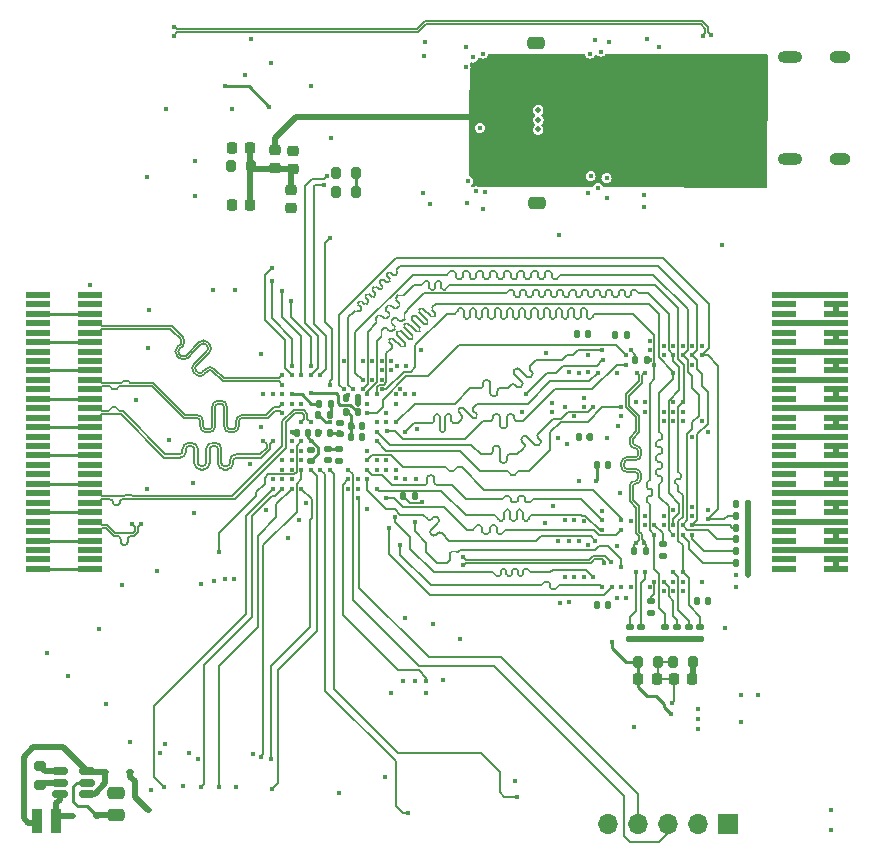
<source format=gbr>
%TF.GenerationSoftware,KiCad,Pcbnew,8.0.6*%
%TF.CreationDate,2025-01-06T00:07:22+08:00*%
%TF.ProjectId,ECP5_DEV_BOARD,45435035-5f44-4455-965f-424f4152442e,rev?*%
%TF.SameCoordinates,Original*%
%TF.FileFunction,Copper,L6,Bot*%
%TF.FilePolarity,Positive*%
%FSLAX46Y46*%
G04 Gerber Fmt 4.6, Leading zero omitted, Abs format (unit mm)*
G04 Created by KiCad (PCBNEW 8.0.6) date 2025-01-06 00:07:22*
%MOMM*%
%LPD*%
G01*
G04 APERTURE LIST*
G04 Aperture macros list*
%AMRoundRect*
0 Rectangle with rounded corners*
0 $1 Rounding radius*
0 $2 $3 $4 $5 $6 $7 $8 $9 X,Y pos of 4 corners*
0 Add a 4 corners polygon primitive as box body*
4,1,4,$2,$3,$4,$5,$6,$7,$8,$9,$2,$3,0*
0 Add four circle primitives for the rounded corners*
1,1,$1+$1,$2,$3*
1,1,$1+$1,$4,$5*
1,1,$1+$1,$6,$7*
1,1,$1+$1,$8,$9*
0 Add four rect primitives between the rounded corners*
20,1,$1+$1,$2,$3,$4,$5,0*
20,1,$1+$1,$4,$5,$6,$7,0*
20,1,$1+$1,$6,$7,$8,$9,0*
20,1,$1+$1,$8,$9,$2,$3,0*%
G04 Aperture macros list end*
%TA.AperFunction,SMDPad,CuDef*%
%ADD10RoundRect,0.135000X-0.185000X0.135000X-0.185000X-0.135000X0.185000X-0.135000X0.185000X0.135000X0*%
%TD*%
%TA.AperFunction,ComponentPad*%
%ADD11O,2.100000X1.000000*%
%TD*%
%TA.AperFunction,ComponentPad*%
%ADD12O,1.800000X1.000000*%
%TD*%
%TA.AperFunction,ComponentPad*%
%ADD13R,1.700000X1.700000*%
%TD*%
%TA.AperFunction,ComponentPad*%
%ADD14O,1.700000X1.700000*%
%TD*%
%TA.AperFunction,SMDPad,CuDef*%
%ADD15RoundRect,0.200000X-0.200000X-0.275000X0.200000X-0.275000X0.200000X0.275000X-0.200000X0.275000X0*%
%TD*%
%TA.AperFunction,SMDPad,CuDef*%
%ADD16RoundRect,0.140000X0.140000X0.170000X-0.140000X0.170000X-0.140000X-0.170000X0.140000X-0.170000X0*%
%TD*%
%TA.AperFunction,SMDPad,CuDef*%
%ADD17RoundRect,0.250000X0.475000X-0.250000X0.475000X0.250000X-0.475000X0.250000X-0.475000X-0.250000X0*%
%TD*%
%TA.AperFunction,SMDPad,CuDef*%
%ADD18RoundRect,0.135000X-0.135000X-0.185000X0.135000X-0.185000X0.135000X0.185000X-0.135000X0.185000X0*%
%TD*%
%TA.AperFunction,SMDPad,CuDef*%
%ADD19RoundRect,0.112500X-0.187500X-0.112500X0.187500X-0.112500X0.187500X0.112500X-0.187500X0.112500X0*%
%TD*%
%TA.AperFunction,SMDPad,CuDef*%
%ADD20RoundRect,0.140000X-0.140000X-0.170000X0.140000X-0.170000X0.140000X0.170000X-0.140000X0.170000X0*%
%TD*%
%TA.AperFunction,SMDPad,CuDef*%
%ADD21RoundRect,0.225000X0.250000X-0.225000X0.250000X0.225000X-0.250000X0.225000X-0.250000X-0.225000X0*%
%TD*%
%TA.AperFunction,SMDPad,CuDef*%
%ADD22R,2.000000X0.500000*%
%TD*%
%TA.AperFunction,SMDPad,CuDef*%
%ADD23RoundRect,0.200000X0.200000X0.275000X-0.200000X0.275000X-0.200000X-0.275000X0.200000X-0.275000X0*%
%TD*%
%TA.AperFunction,SMDPad,CuDef*%
%ADD24RoundRect,0.140000X0.170000X-0.140000X0.170000X0.140000X-0.170000X0.140000X-0.170000X-0.140000X0*%
%TD*%
%TA.AperFunction,SMDPad,CuDef*%
%ADD25RoundRect,0.250000X-0.475000X0.250000X-0.475000X-0.250000X0.475000X-0.250000X0.475000X0.250000X0*%
%TD*%
%TA.AperFunction,SMDPad,CuDef*%
%ADD26RoundRect,0.225000X-0.225000X-0.250000X0.225000X-0.250000X0.225000X0.250000X-0.225000X0.250000X0*%
%TD*%
%TA.AperFunction,SMDPad,CuDef*%
%ADD27RoundRect,0.140000X-0.170000X0.140000X-0.170000X-0.140000X0.170000X-0.140000X0.170000X0.140000X0*%
%TD*%
%TA.AperFunction,SMDPad,CuDef*%
%ADD28R,0.850000X2.000000*%
%TD*%
%TA.AperFunction,SMDPad,CuDef*%
%ADD29RoundRect,0.150000X-0.512500X-0.150000X0.512500X-0.150000X0.512500X0.150000X-0.512500X0.150000X0*%
%TD*%
%TA.AperFunction,SMDPad,CuDef*%
%ADD30RoundRect,0.112500X0.187500X0.112500X-0.187500X0.112500X-0.187500X-0.112500X0.187500X-0.112500X0*%
%TD*%
%TA.AperFunction,SMDPad,CuDef*%
%ADD31RoundRect,0.135000X0.135000X0.185000X-0.135000X0.185000X-0.135000X-0.185000X0.135000X-0.185000X0*%
%TD*%
%TA.AperFunction,SMDPad,CuDef*%
%ADD32RoundRect,0.200000X-0.275000X0.200000X-0.275000X-0.200000X0.275000X-0.200000X0.275000X0.200000X0*%
%TD*%
%TA.AperFunction,SMDPad,CuDef*%
%ADD33RoundRect,0.225000X-0.250000X0.225000X-0.250000X-0.225000X0.250000X-0.225000X0.250000X0.225000X0*%
%TD*%
%TA.AperFunction,ViaPad*%
%ADD34C,0.450000*%
%TD*%
%TA.AperFunction,ViaPad*%
%ADD35C,0.500000*%
%TD*%
%TA.AperFunction,Conductor*%
%ADD36C,0.127000*%
%TD*%
%TA.AperFunction,Conductor*%
%ADD37C,0.156000*%
%TD*%
%TA.AperFunction,Conductor*%
%ADD38C,0.500000*%
%TD*%
%TA.AperFunction,Conductor*%
%ADD39C,0.254000*%
%TD*%
G04 APERTURE END LIST*
D10*
%TO.P,R26,1*%
%TO.N,DDR_#CS*%
X143750000Y-117240000D03*
%TO.P,R26,2*%
%TO.N,GND*%
X143750000Y-118260000D03*
%TD*%
D11*
%TO.P,J1,S1,SHIELD*%
%TO.N,GND*%
X155475000Y-79820000D03*
D12*
X159675000Y-79820000D03*
D11*
X155475000Y-71180000D03*
D12*
X159675000Y-71180000D03*
%TD*%
D13*
%TO.P,J4,1,Pin_1*%
%TO.N,TMS*%
X150220000Y-136100000D03*
D14*
%TO.P,J4,2,Pin_2*%
%TO.N,TCK*%
X147680000Y-136100000D03*
%TO.P,J4,3,Pin_3*%
%TO.N,TDO*%
X145140000Y-136100000D03*
%TO.P,J4,4,Pin_4*%
%TO.N,TDI*%
X142600000Y-136100000D03*
%TO.P,J4,5,Pin_5*%
%TO.N,GND*%
X140060000Y-136100000D03*
%TD*%
D15*
%TO.P,R3,1*%
%TO.N,+1V5*%
X142640000Y-122345000D03*
%TO.P,R3,2*%
%TO.N,Net-(U9-REFIN)*%
X144290000Y-122345000D03*
%TD*%
D16*
%TO.P,C20,1*%
%TO.N,+1V5*%
X118880000Y-100000000D03*
%TO.P,C20,2*%
%TO.N,GND*%
X117920000Y-100000000D03*
%TD*%
D17*
%TO.P,C39,1*%
%TO.N,VCC*%
X134000000Y-71850000D03*
%TO.P,C39,2*%
%TO.N,GND*%
X134000000Y-69950000D03*
%TD*%
D18*
%TO.P,R11,1*%
%TO.N,DDR_A4*%
X150890000Y-112000000D03*
%TO.P,R11,2*%
%TO.N,VTT*%
X151910000Y-112000000D03*
%TD*%
D19*
%TO.P,D3,1,K*%
%TO.N,Net-(D3-K)*%
X97505000Y-131715000D03*
%TO.P,D3,2,A*%
%TO.N,VCC*%
X99605000Y-131715000D03*
%TD*%
D18*
%TO.P,R13,1*%
%TO.N,DDR_A6*%
X150890000Y-111000000D03*
%TO.P,R13,2*%
%TO.N,VTT*%
X151910000Y-111000000D03*
%TD*%
D20*
%TO.P,C51,1*%
%TO.N,+3V3*%
X115620000Y-100500000D03*
%TO.P,C51,2*%
%TO.N,GND*%
X116580000Y-100500000D03*
%TD*%
D21*
%TO.P,C60,1*%
%TO.N,+3V3_FT232*%
X113200000Y-83975000D03*
%TO.P,C60,2*%
%TO.N,GND*%
X113200000Y-82425000D03*
%TD*%
D16*
%TO.P,C36,1*%
%TO.N,+3V3*%
X114680000Y-103000000D03*
%TO.P,C36,2*%
%TO.N,GND*%
X113720000Y-103000000D03*
%TD*%
D20*
%TO.P,C12,1*%
%TO.N,+1V5*%
X147620000Y-117200000D03*
%TO.P,C12,2*%
%TO.N,GND*%
X148580000Y-117200000D03*
%TD*%
D22*
%TO.P,J3,1,1*%
%TO.N,VCC*%
X159400000Y-114500000D03*
%TO.P,J3,2,2*%
%TO.N,unconnected-(J3-Pad2)*%
X155000000Y-114500000D03*
%TO.P,J3,3,3*%
%TO.N,VCC*%
X159400000Y-113700000D03*
%TO.P,J3,4,4*%
%TO.N,unconnected-(J3-Pad4)*%
X155000000Y-113700000D03*
%TO.P,J3,5,5*%
%TO.N,GND*%
X159400000Y-112900000D03*
%TO.P,J3,6,6*%
X155000000Y-112900000D03*
%TO.P,J3,7,7*%
%TO.N,VCC*%
X159400000Y-112100000D03*
%TO.P,J3,8,8*%
%TO.N,unconnected-(J3-Pad8)*%
X155000000Y-112100000D03*
%TO.P,J3,9,9*%
%TO.N,VCC*%
X159400000Y-111300000D03*
%TO.P,J3,10,10*%
%TO.N,unconnected-(J3-Pad10)*%
X155000000Y-111300000D03*
%TO.P,J3,11,11*%
%TO.N,GND*%
X159400000Y-110500000D03*
%TO.P,J3,12,12*%
X155000000Y-110500000D03*
%TO.P,J3,13,13*%
%TO.N,VCC*%
X159400000Y-109700000D03*
%TO.P,J3,14,14*%
%TO.N,unconnected-(J3-Pad14)*%
X155000000Y-109700000D03*
%TO.P,J3,15,15*%
%TO.N,VCC*%
X159400000Y-108900000D03*
%TO.P,J3,16,16*%
%TO.N,unconnected-(J3-Pad16)*%
X155000000Y-108900000D03*
%TO.P,J3,17,17*%
%TO.N,GND*%
X159400000Y-108100000D03*
%TO.P,J3,18,18*%
X155000000Y-108100000D03*
%TO.P,J3,19,19*%
%TO.N,VCC*%
X159400000Y-107300000D03*
%TO.P,J3,20,20*%
%TO.N,unconnected-(J3-Pad20)*%
X155000000Y-107300000D03*
%TO.P,J3,21,21*%
%TO.N,VCC*%
X159400000Y-106500000D03*
%TO.P,J3,22,22*%
%TO.N,unconnected-(J3-Pad22)*%
X155000000Y-106500000D03*
%TO.P,J3,23,23*%
%TO.N,GND*%
X159400000Y-105700000D03*
%TO.P,J3,24,24*%
X155000000Y-105700000D03*
%TO.P,J3,25,25*%
%TO.N,VCC*%
X159400000Y-104900000D03*
%TO.P,J3,26,26*%
%TO.N,unconnected-(J3-Pad26)*%
X155000000Y-104900000D03*
%TO.P,J3,27,27*%
%TO.N,VCC*%
X159400000Y-104100000D03*
%TO.P,J3,28,28*%
%TO.N,unconnected-(J3-Pad28)*%
X155000000Y-104100000D03*
%TO.P,J3,29,29*%
%TO.N,GND*%
X159400000Y-103300000D03*
%TO.P,J3,30,30*%
X155000000Y-103300000D03*
%TO.P,J3,31,31*%
%TO.N,VCC*%
X159400000Y-102500000D03*
%TO.P,J3,32,32*%
%TO.N,unconnected-(J3-Pad32)*%
X155000000Y-102500000D03*
%TO.P,J3,33,33*%
%TO.N,VCC*%
X159400000Y-101700000D03*
%TO.P,J3,34,34*%
%TO.N,unconnected-(J3-Pad34)*%
X155000000Y-101700000D03*
%TO.P,J3,35,35*%
%TO.N,GND*%
X159400000Y-100900000D03*
%TO.P,J3,36,36*%
X155000000Y-100900000D03*
%TO.P,J3,37,37*%
%TO.N,VCC*%
X159400000Y-100100000D03*
%TO.P,J3,38,38*%
%TO.N,unconnected-(J3-Pad38)*%
X155000000Y-100100000D03*
%TO.P,J3,39,39*%
%TO.N,VCC*%
X159400000Y-99300000D03*
%TO.P,J3,40,40*%
%TO.N,unconnected-(J3-Pad40)*%
X155000000Y-99300000D03*
%TO.P,J3,41,41*%
%TO.N,GND*%
X159400000Y-98500000D03*
%TO.P,J3,42,42*%
X155000000Y-98500000D03*
%TO.P,J3,43,43*%
%TO.N,VCC*%
X159400000Y-97700000D03*
%TO.P,J3,44,44*%
%TO.N,unconnected-(J3-Pad44)*%
X155000000Y-97700000D03*
%TO.P,J3,45,45*%
%TO.N,VCC*%
X159400000Y-96900000D03*
%TO.P,J3,46,46*%
%TO.N,unconnected-(J3-Pad46)*%
X155000000Y-96900000D03*
%TO.P,J3,47,47*%
%TO.N,GND*%
X159400000Y-96100000D03*
%TO.P,J3,48,48*%
X155000000Y-96100000D03*
%TO.P,J3,49,49*%
%TO.N,VCC*%
X159400000Y-95300000D03*
%TO.P,J3,50,50*%
%TO.N,unconnected-(J3-Pad50)*%
X155000000Y-95300000D03*
%TO.P,J3,51,51*%
%TO.N,VCC*%
X159400000Y-94500000D03*
%TO.P,J3,52,52*%
%TO.N,unconnected-(J3-Pad52)*%
X155000000Y-94500000D03*
%TO.P,J3,53,53*%
%TO.N,GND*%
X159400000Y-93700000D03*
%TO.P,J3,54,54*%
X155000000Y-93700000D03*
%TO.P,J3,55,55*%
%TO.N,VCC*%
X159400000Y-92900000D03*
%TO.P,J3,56,56*%
%TO.N,unconnected-(J3-Pad56)*%
X155000000Y-92900000D03*
%TO.P,J3,57,57*%
%TO.N,VCC*%
X159400000Y-92100000D03*
%TO.P,J3,58,58*%
%TO.N,unconnected-(J3-Pad58)*%
X155000000Y-92100000D03*
%TO.P,J3,59,59*%
%TO.N,GND*%
X159400000Y-91300000D03*
%TO.P,J3,60,60*%
X155000000Y-91300000D03*
%TD*%
D23*
%TO.P,R62,1*%
%TO.N,+3V3_FT232*%
X118725000Y-81000000D03*
%TO.P,R62,2*%
%TO.N,Net-(U11-ACBUS7)*%
X117075000Y-81000000D03*
%TD*%
D18*
%TO.P,R18,1*%
%TO.N,DDR_A11*%
X150890000Y-113000000D03*
%TO.P,R18,2*%
%TO.N,VTT*%
X151910000Y-113000000D03*
%TD*%
D20*
%TO.P,C50,1*%
%TO.N,+2V5*%
X115540000Y-103000000D03*
%TO.P,C50,2*%
%TO.N,GND*%
X116500000Y-103000000D03*
%TD*%
D10*
%TO.P,R2,1*%
%TO.N,Net-(U2-ZQ)*%
X144700000Y-112390001D03*
%TO.P,R2,2*%
%TO.N,GND*%
X144700000Y-113409999D03*
%TD*%
D16*
%TO.P,C46,1*%
%TO.N,VREF_FPGA*%
X123710000Y-108370000D03*
%TO.P,C46,2*%
%TO.N,GND*%
X122750000Y-108370000D03*
%TD*%
%TO.P,C8,1*%
%TO.N,+1V5*%
X138380000Y-94600000D03*
%TO.P,C8,2*%
%TO.N,GND*%
X137420000Y-94600000D03*
%TD*%
D24*
%TO.P,C49,1*%
%TO.N,+3V3*%
X114900000Y-105380000D03*
%TO.P,C49,2*%
%TO.N,GND*%
X114900000Y-104420000D03*
%TD*%
D16*
%TO.P,C13,1*%
%TO.N,+2V5*%
X118882049Y-101250000D03*
%TO.P,C13,2*%
%TO.N,GND*%
X117922049Y-101250000D03*
%TD*%
D10*
%TO.P,R21,1*%
%TO.N,DDR_BA0*%
X145900000Y-119400000D03*
%TO.P,R21,2*%
%TO.N,VTT*%
X145900000Y-120420000D03*
%TD*%
D25*
%TO.P,C40,1*%
%TO.N,VCC*%
X134100000Y-81650000D03*
%TO.P,C40,2*%
%TO.N,GND*%
X134100000Y-83550000D03*
%TD*%
D24*
%TO.P,C5,1*%
%TO.N,+2V5*%
X116373485Y-105321244D03*
%TO.P,C5,2*%
%TO.N,GND*%
X116373485Y-104361244D03*
%TD*%
D26*
%TO.P,C58,1*%
%TO.N,+3V3_FT232*%
X108225000Y-78900000D03*
%TO.P,C58,2*%
%TO.N,GND*%
X109775000Y-78900000D03*
%TD*%
D18*
%TO.P,R31,1*%
%TO.N,DDR_CKP*%
X142270000Y-113030000D03*
%TO.P,R31,2*%
%TO.N,DDR_CKN*%
X143290000Y-113030000D03*
%TD*%
D17*
%TO.P,C38,1*%
%TO.N,LCD_BACKLIGHT_PWR*%
X98455000Y-135365000D03*
%TO.P,C38,2*%
%TO.N,GND*%
X98455000Y-133465000D03*
%TD*%
D16*
%TO.P,C45,1*%
%TO.N,VREF_MEM*%
X140100000Y-105700000D03*
%TO.P,C45,2*%
%TO.N,GND*%
X139140000Y-105700000D03*
%TD*%
%TO.P,C9,1*%
%TO.N,+1V5*%
X140080000Y-117600000D03*
%TO.P,C9,2*%
%TO.N,GND*%
X139120000Y-117600000D03*
%TD*%
D20*
%TO.P,C7,1*%
%TO.N,+1V5*%
X137620000Y-103300000D03*
%TO.P,C7,2*%
%TO.N,GND*%
X138580000Y-103300000D03*
%TD*%
D10*
%TO.P,R28,1*%
%TO.N,DDR_#CAS*%
X142900000Y-119390000D03*
%TO.P,R28,2*%
%TO.N,VTT*%
X142900000Y-120410000D03*
%TD*%
%TO.P,R17,1*%
%TO.N,DDR_A10*%
X144900000Y-119390000D03*
%TO.P,R17,2*%
%TO.N,VTT*%
X144900000Y-120410000D03*
%TD*%
D27*
%TO.P,C15,1*%
%TO.N,+1V1*%
X117406417Y-102143479D03*
%TO.P,C15,2*%
%TO.N,GND*%
X117406417Y-103103479D03*
%TD*%
D28*
%TO.P,L5,1,1*%
%TO.N,Net-(D4-A)*%
X93345000Y-135860000D03*
%TO.P,L5,2,2*%
%TO.N,Net-(D3-K)*%
X91695000Y-135860000D03*
%TD*%
D16*
%TO.P,C6,1*%
%TO.N,+1V5*%
X141660000Y-94700000D03*
%TO.P,C6,2*%
%TO.N,GND*%
X140700000Y-94700000D03*
%TD*%
D29*
%TO.P,U6,1,SW*%
%TO.N,Net-(D4-A)*%
X93662500Y-133550000D03*
%TO.P,U6,2,GND*%
%TO.N,GND*%
X93662500Y-132600000D03*
%TO.P,U6,3,FB*%
%TO.N,LCD_BACKLIGHT_GND*%
X93662500Y-131650000D03*
%TO.P,U6,4,EN*%
%TO.N,Net-(D3-K)*%
X95937500Y-131650000D03*
%TO.P,U6,5,OV*%
%TO.N,LCD_BACKLIGHT_PWR*%
X95937500Y-132600000D03*
%TO.P,U6,6,VIN*%
%TO.N,Net-(D3-K)*%
X95937500Y-133550000D03*
%TD*%
D30*
%TO.P,D4,1,K*%
%TO.N,LCD_BACKLIGHT_PWR*%
X96780000Y-135415000D03*
%TO.P,D4,2,A*%
%TO.N,Net-(D4-A)*%
X94680000Y-135415000D03*
%TD*%
D31*
%TO.P,R1,1*%
%TO.N,Net-(U1-ZQ)*%
X143410000Y-96800000D03*
%TO.P,R1,2*%
%TO.N,GND*%
X142390000Y-96800000D03*
%TD*%
D16*
%TO.P,C18,1*%
%TO.N,+1V5*%
X119280000Y-103300000D03*
%TO.P,C18,2*%
%TO.N,GND*%
X118320000Y-103300000D03*
%TD*%
D18*
%TO.P,R15,1*%
%TO.N,DDR_A8*%
X150880000Y-110000000D03*
%TO.P,R15,2*%
%TO.N,VTT*%
X151900000Y-110000000D03*
%TD*%
D26*
%TO.P,C1,1*%
%TO.N,+1V5*%
X142640000Y-123835000D03*
%TO.P,C1,2*%
%TO.N,Net-(U9-REFIN)*%
X144190000Y-123835000D03*
%TD*%
D32*
%TO.P,R33,1*%
%TO.N,LCD_BACKLIGHT_GND*%
X91955000Y-131190000D03*
%TO.P,R33,2*%
%TO.N,GND*%
X91955000Y-132840000D03*
%TD*%
D22*
%TO.P,J2,1,1*%
%TO.N,unconnected-(J2-Pad1)*%
X91800000Y-91300000D03*
%TO.P,J2,2,2*%
%TO.N,LVDS_D0P*%
X96200000Y-91300000D03*
%TO.P,J2,3,3*%
%TO.N,unconnected-(J2-Pad3)*%
X91800000Y-92100000D03*
%TO.P,J2,4,4*%
%TO.N,LVDS_D0N*%
X96200000Y-92100000D03*
%TO.P,J2,5,5*%
%TO.N,GND*%
X91800000Y-92900000D03*
%TO.P,J2,6,6*%
X96200000Y-92900000D03*
%TO.P,J2,7,7*%
%TO.N,unconnected-(J2-Pad7)*%
X91800000Y-93700000D03*
%TO.P,J2,8,8*%
%TO.N,LVDS_D1P*%
X96200000Y-93700000D03*
%TO.P,J2,9,9*%
%TO.N,unconnected-(J2-Pad9)*%
X91800000Y-94500000D03*
%TO.P,J2,10,10*%
%TO.N,LVDS_D1N*%
X96200000Y-94500000D03*
%TO.P,J2,11,11*%
%TO.N,GND*%
X91800000Y-95300000D03*
%TO.P,J2,12,12*%
X96200000Y-95300000D03*
%TO.P,J2,13,13*%
%TO.N,unconnected-(J2-Pad13)*%
X91800000Y-96100000D03*
%TO.P,J2,14,14*%
%TO.N,LVDS_D2P*%
X96200000Y-96100000D03*
%TO.P,J2,15,15*%
%TO.N,unconnected-(J2-Pad15)*%
X91800000Y-96900000D03*
%TO.P,J2,16,16*%
%TO.N,LVDS_D2N*%
X96200000Y-96900000D03*
%TO.P,J2,17,17*%
%TO.N,GND*%
X91800000Y-97700000D03*
%TO.P,J2,18,18*%
X96200000Y-97700000D03*
%TO.P,J2,19,19*%
%TO.N,unconnected-(J2-Pad19)*%
X91800000Y-98500000D03*
%TO.P,J2,20,20*%
%TO.N,LVDS_D3P*%
X96200000Y-98500000D03*
%TO.P,J2,21,21*%
%TO.N,unconnected-(J2-Pad21)*%
X91800000Y-99300000D03*
%TO.P,J2,22,22*%
%TO.N,LVDS_D3N*%
X96200000Y-99300000D03*
%TO.P,J2,23,23*%
%TO.N,GND*%
X91800000Y-100100000D03*
%TO.P,J2,24,24*%
X96200000Y-100100000D03*
%TO.P,J2,25,25*%
%TO.N,unconnected-(J2-Pad25)*%
X91800000Y-100900000D03*
%TO.P,J2,26,26*%
%TO.N,LVDS_CLKP*%
X96200000Y-100900000D03*
%TO.P,J2,27,27*%
%TO.N,unconnected-(J2-Pad27)*%
X91800000Y-101700000D03*
%TO.P,J2,28,28*%
%TO.N,LVDS_CLKN*%
X96200000Y-101700000D03*
%TO.P,J2,29,29*%
%TO.N,GND*%
X91800000Y-102500000D03*
%TO.P,J2,30,30*%
X96200000Y-102500000D03*
%TO.P,J2,31,31*%
%TO.N,unconnected-(J2-Pad31)*%
X91800000Y-103300000D03*
%TO.P,J2,32,32*%
%TO.N,LVDS_D4P*%
X96200000Y-103300000D03*
%TO.P,J2,33,33*%
%TO.N,unconnected-(J2-Pad33)*%
X91800000Y-104100000D03*
%TO.P,J2,34,34*%
%TO.N,LVDS_D4N*%
X96200000Y-104100000D03*
%TO.P,J2,35,35*%
%TO.N,GND*%
X91800000Y-104900000D03*
%TO.P,J2,36,36*%
X96200000Y-104900000D03*
%TO.P,J2,37,37*%
%TO.N,unconnected-(J2-Pad37)*%
X91800000Y-105700000D03*
%TO.P,J2,38,38*%
%TO.N,LVDS_D5P*%
X96200000Y-105700000D03*
%TO.P,J2,39,39*%
%TO.N,unconnected-(J2-Pad39)*%
X91800000Y-106500000D03*
%TO.P,J2,40,40*%
%TO.N,LVDS_D5N*%
X96200000Y-106500000D03*
%TO.P,J2,41,41*%
%TO.N,GND*%
X91800000Y-107300000D03*
%TO.P,J2,42,42*%
X96200000Y-107300000D03*
%TO.P,J2,43,43*%
%TO.N,unconnected-(J2-Pad43)*%
X91800000Y-108100000D03*
%TO.P,J2,44,44*%
%TO.N,LVDS_D6P*%
X96200000Y-108100000D03*
%TO.P,J2,45,45*%
%TO.N,unconnected-(J2-Pad45)*%
X91800000Y-108900000D03*
%TO.P,J2,46,46*%
%TO.N,LVDS_D6N*%
X96200000Y-108900000D03*
%TO.P,J2,47,47*%
%TO.N,GND*%
X91800000Y-109700000D03*
%TO.P,J2,48,48*%
X96200000Y-109700000D03*
%TO.P,J2,49,49*%
%TO.N,unconnected-(J2-Pad49)*%
X91800000Y-110500000D03*
%TO.P,J2,50,50*%
%TO.N,LVDS_D7P*%
X96200000Y-110500000D03*
%TO.P,J2,51,51*%
%TO.N,unconnected-(J2-Pad51)*%
X91800000Y-111300000D03*
%TO.P,J2,52,52*%
%TO.N,LVDS_D7N*%
X96200000Y-111300000D03*
%TO.P,J2,53,53*%
%TO.N,GND*%
X91800000Y-112100000D03*
%TO.P,J2,54,54*%
X96200000Y-112100000D03*
%TO.P,J2,55,55*%
%TO.N,unconnected-(J2-Pad55)*%
X91800000Y-112900000D03*
%TO.P,J2,56,56*%
%TO.N,LVDS_D8P*%
X96200000Y-112900000D03*
%TO.P,J2,57,57*%
%TO.N,unconnected-(J2-Pad57)*%
X91800000Y-113700000D03*
%TO.P,J2,58,58*%
%TO.N,LVDS_D8N*%
X96200000Y-113700000D03*
%TO.P,J2,59,59*%
%TO.N,GND*%
X91800000Y-114500000D03*
%TO.P,J2,60,60*%
X96200000Y-114500000D03*
%TD*%
D18*
%TO.P,R8,1*%
%TO.N,DDR_A1*%
X150890000Y-114000000D03*
%TO.P,R8,2*%
%TO.N,VTT*%
X151910000Y-114000000D03*
%TD*%
D20*
%TO.P,C14,1*%
%TO.N,+1V1*%
X115550000Y-101450000D03*
%TO.P,C14,2*%
%TO.N,GND*%
X116510000Y-101450000D03*
%TD*%
D18*
%TO.P,R24,1*%
%TO.N,DDR_CKE*%
X150890000Y-109000000D03*
%TO.P,R24,2*%
%TO.N,VTT*%
X151910000Y-109000000D03*
%TD*%
D33*
%TO.P,C55,1*%
%TO.N,Net-(U11-VCCCORE)*%
X113400000Y-79125000D03*
%TO.P,C55,2*%
%TO.N,GND*%
X113400000Y-80675000D03*
%TD*%
D26*
%TO.P,C2,1*%
%TO.N,Net-(U9-REFIN)*%
X145640000Y-123835000D03*
%TO.P,C2,2*%
%TO.N,GND*%
X147190000Y-123835000D03*
%TD*%
D16*
%TO.P,C17,1*%
%TO.N,+1V5*%
X119278704Y-102378107D03*
%TO.P,C17,2*%
%TO.N,GND*%
X118318704Y-102378107D03*
%TD*%
D10*
%TO.P,R27,1*%
%TO.N,DDR_#RAS*%
X141900000Y-119390000D03*
%TO.P,R27,2*%
%TO.N,VTT*%
X141900000Y-120410000D03*
%TD*%
%TO.P,R9,1*%
%TO.N,DDR_A2*%
X147900000Y-119400000D03*
%TO.P,R9,2*%
%TO.N,VTT*%
X147900000Y-120420000D03*
%TD*%
D15*
%TO.P,R4,1*%
%TO.N,Net-(U9-REFIN)*%
X145605000Y-122345000D03*
%TO.P,R4,2*%
%TO.N,GND*%
X147255000Y-122345000D03*
%TD*%
D33*
%TO.P,C56,1*%
%TO.N,VCC*%
X111900000Y-79025000D03*
%TO.P,C56,2*%
%TO.N,GND*%
X111900000Y-80575000D03*
%TD*%
D23*
%TO.P,R61,1*%
%TO.N,+3V3_FT232*%
X118725000Y-82600000D03*
%TO.P,R61,2*%
%TO.N,Net-(U11-ACBUS4)*%
X117075000Y-82600000D03*
%TD*%
D24*
%TO.P,C16,1*%
%TO.N,+1V1*%
X117298113Y-105334220D03*
%TO.P,C16,2*%
%TO.N,GND*%
X117298113Y-104374220D03*
%TD*%
D23*
%TO.P,R63,1*%
%TO.N,GND*%
X109825000Y-80400000D03*
%TO.P,R63,2*%
%TO.N,Net-(U11-REF)*%
X108175000Y-80400000D03*
%TD*%
D10*
%TO.P,R7,1*%
%TO.N,DDR_A0*%
X146900000Y-119400000D03*
%TO.P,R7,2*%
%TO.N,VTT*%
X146900000Y-120420000D03*
%TD*%
D26*
%TO.P,C59,1*%
%TO.N,+3V3_FT232*%
X108250000Y-83700000D03*
%TO.P,C59,2*%
%TO.N,GND*%
X109800000Y-83700000D03*
%TD*%
D34*
%TO.N,GND*%
X143750000Y-118260000D03*
%TO.N,DDR_#RST*%
X149700000Y-87100000D03*
X135950000Y-86200000D03*
X121700000Y-96900000D03*
X148500000Y-102900000D03*
X148000000Y-115600000D03*
X150000000Y-119500000D03*
%TO.N,DDR_A6*%
X118500000Y-99300000D03*
X147200000Y-110800000D03*
X147200000Y-96400000D03*
%TO.N,DDR1_D1*%
X141200000Y-100800000D03*
X120500000Y-103700000D03*
%TO.N,VREF_MEM*%
X141600000Y-117000000D03*
X144800000Y-96400000D03*
X144800000Y-110800000D03*
X140100000Y-105650000D03*
%TO.N,GND*%
X109300000Y-72650000D03*
X147255000Y-123100000D03*
X122500000Y-99300000D03*
X98500000Y-133500000D03*
X143150000Y-83900000D03*
X140700000Y-94700000D03*
X147700000Y-126350000D03*
X105000000Y-109800000D03*
X137420000Y-94600000D03*
X118500000Y-102500000D03*
X117300000Y-102950000D03*
X96200000Y-92900000D03*
X158935000Y-136650000D03*
X157000000Y-103300000D03*
X109825000Y-69600000D03*
X143150000Y-82850000D03*
X136600000Y-103900000D03*
X105100000Y-82950000D03*
X116600000Y-78000000D03*
X118050000Y-101250000D03*
X117300000Y-104420000D03*
X96200000Y-100100000D03*
X156900000Y-108100000D03*
X142000000Y-116000000D03*
X118100000Y-99750000D03*
X157000000Y-100900000D03*
X117270000Y-133500000D03*
X138000001Y-110452000D03*
X112500000Y-99700000D03*
X100100000Y-100200000D03*
X96200000Y-97700000D03*
X142250000Y-127885000D03*
X111100000Y-109500000D03*
X96200000Y-114500000D03*
X146400000Y-116400000D03*
X119700000Y-109400000D03*
X101075000Y-81300000D03*
X139600000Y-109600000D03*
X135400000Y-109200000D03*
X101200000Y-92600000D03*
X147188500Y-109300000D03*
X134050000Y-70000000D03*
X105100000Y-80000000D03*
X108250000Y-75550000D03*
X124450000Y-82650000D03*
X144800000Y-116400000D03*
X151300000Y-127450000D03*
X123900000Y-102700000D03*
X101900000Y-114700000D03*
X113200000Y-82400000D03*
X143350000Y-69600000D03*
X102900000Y-103550000D03*
X157000000Y-105700000D03*
X122109602Y-106807202D03*
X142011500Y-110420002D03*
X142000000Y-96000000D03*
X140950000Y-102400000D03*
X124690000Y-125010000D03*
X147700000Y-128100000D03*
X148580000Y-117200000D03*
X156900000Y-112900000D03*
X96200000Y-102500000D03*
X144700000Y-113409999D03*
X146400000Y-95600000D03*
X102650000Y-75600000D03*
X111700000Y-106900000D03*
X114900000Y-104420000D03*
X146400000Y-102000000D03*
X96200000Y-90500000D03*
X144350000Y-70350000D03*
X109794585Y-105594585D03*
X98900000Y-115900000D03*
X108500000Y-90900000D03*
X96200000Y-107300000D03*
X93662500Y-132600000D03*
X109825000Y-80400000D03*
X140800000Y-117000000D03*
X124550000Y-69900000D03*
X136400000Y-100800000D03*
X124200000Y-96000000D03*
X96200000Y-112100000D03*
X110675597Y-102491721D03*
X148500000Y-109500000D03*
X138400000Y-96400000D03*
X138400000Y-103300000D03*
X97000000Y-119600000D03*
D35*
X134150000Y-77300000D03*
D34*
X147700000Y-127250000D03*
X134050000Y-83900000D03*
X144800000Y-110000000D03*
X139200000Y-117600000D03*
X101050000Y-107700000D03*
X157100000Y-96100000D03*
X156900000Y-110500000D03*
X144800000Y-102000000D03*
X144800000Y-95600000D03*
X114500000Y-108900000D03*
X116580000Y-100500000D03*
X136400000Y-115200000D03*
X157100000Y-98500000D03*
X96200000Y-109700000D03*
X125000000Y-83600000D03*
X127500000Y-120400000D03*
X124500000Y-71050000D03*
X101100000Y-95800000D03*
X157100000Y-93700000D03*
X139050000Y-107100000D03*
X113300000Y-102900000D03*
X104950000Y-107250000D03*
X96200000Y-95300000D03*
X129212500Y-77150000D03*
X148000000Y-95600000D03*
D35*
X134168750Y-76481250D03*
D34*
X110700000Y-96300000D03*
X157200000Y-91300000D03*
X136800000Y-117300000D03*
X148000000Y-102000000D03*
X96150000Y-104900000D03*
X124300000Y-108800000D03*
X94357500Y-123612500D03*
D35*
X134150000Y-75650000D03*
D34*
%TO.N,+1V5*%
X136000000Y-117400000D03*
X140000000Y-83100000D03*
X135800000Y-103400000D03*
X119300000Y-102500000D03*
X141200000Y-116000000D03*
X139200000Y-82250000D03*
X138400000Y-94600000D03*
X145600000Y-95600000D03*
X138600000Y-81250000D03*
X140800000Y-112600000D03*
X145600000Y-102000000D03*
X147200000Y-103300000D03*
X147200000Y-95600000D03*
X143600000Y-96000000D03*
X143200000Y-110800000D03*
X138375000Y-82700000D03*
X147200000Y-110000000D03*
X143200000Y-101200000D03*
X140450000Y-120700000D03*
X137620000Y-107100000D03*
X141100000Y-108050000D03*
X140000000Y-103400000D03*
X143600000Y-116000000D03*
X137600000Y-103200000D03*
X134700000Y-110600000D03*
X145600000Y-116400000D03*
X145600000Y-109500000D03*
X145400000Y-126750000D03*
X134800000Y-96230000D03*
X122900000Y-118650000D03*
X140080000Y-117600000D03*
X118900000Y-100500000D03*
X139950000Y-81425000D03*
X141200000Y-101600000D03*
X140800000Y-97900000D03*
X147620000Y-117200000D03*
X141660000Y-94700000D03*
X119300000Y-103300000D03*
%TO.N,DDR_A1*%
X146400000Y-111600000D03*
%TO.N,DDR_CKE*%
X143200000Y-110000000D03*
X120900000Y-97700000D03*
X150890000Y-109000000D03*
X143600000Y-95200000D03*
%TO.N,DDR1_D3*%
X119695944Y-101304056D03*
X141600000Y-96400000D03*
%TO.N,VREF_FPGA*%
X123800000Y-108300000D03*
X125213440Y-119196778D03*
X121300000Y-101300000D03*
%TO.N,DDR1_D4*%
X121368268Y-102836586D03*
X141600000Y-97200000D03*
%TO.N,DDR1_D6*%
X139636917Y-96821640D03*
X133100000Y-99700000D03*
%TO.N,Net-(U1-ZQ)*%
X143600000Y-96800000D03*
%TO.N,DDR0_D1*%
X120500000Y-106100000D03*
X137200000Y-115200000D03*
%TO.N,DDR_#CS*%
X144000000Y-115600000D03*
%TO.N,Net-(U2-ZQ)*%
X144000000Y-110800000D03*
%TO.N,DDR_BA1*%
X145600000Y-96400000D03*
X119700000Y-99700000D03*
X145600000Y-110800000D03*
X150890000Y-115000000D03*
%TO.N,DDR_A4*%
X146400000Y-110800000D03*
X119300000Y-98500000D03*
X146400000Y-96400000D03*
%TO.N,DDR_A10*%
X120900000Y-99300000D03*
X144000000Y-97200000D03*
X144000000Y-111600000D03*
%TO.N,DDR_BA0*%
X144800000Y-101200000D03*
X120900000Y-96900000D03*
X144800000Y-115600000D03*
%TO.N,DDR_A11*%
X147200000Y-111600000D03*
X147200000Y-97200000D03*
X117700000Y-96900000D03*
%TO.N,DDR_#CAS*%
X143200000Y-100400000D03*
X143200000Y-114787366D03*
X121700000Y-97700000D03*
%TO.N,DDR_#RAS*%
X120900000Y-98500000D03*
X142400000Y-100400000D03*
X142400000Y-114800000D03*
%TO.N,DDR_A8*%
X117700000Y-99300000D03*
X148500000Y-110300000D03*
X148000000Y-96400000D03*
%TO.N,DDR_A2*%
X146400000Y-100400000D03*
X146400000Y-114800000D03*
X119300000Y-99300000D03*
%TO.N,DDR0_D4*%
X136400000Y-110400000D03*
X120500000Y-105300000D03*
%TO.N,DDR1_D5*%
X122150000Y-102050000D03*
X139600000Y-96000000D03*
%TO.N,DDR0_D5*%
X121300000Y-105300000D03*
X138420000Y-112480000D03*
%TO.N,DDR1_DM*%
X139200000Y-97900000D03*
X122900000Y-102900000D03*
%TO.N,DDR_A5*%
X146400000Y-115600000D03*
X146400000Y-101200000D03*
X119300000Y-96900000D03*
%TO.N,DDR_A12*%
X145600000Y-111600000D03*
X150890000Y-116000000D03*
X120500000Y-99700000D03*
X145600000Y-97900000D03*
%TO.N,DDR1_D2*%
X138800000Y-100800000D03*
X120500000Y-102900000D03*
%TO.N,DDR0_D0*%
X138000000Y-115200000D03*
X121300000Y-106100000D03*
%TO.N,DDR_A3*%
X145600000Y-115600000D03*
X145600000Y-101200000D03*
X120100000Y-98500000D03*
%TO.N,DDR_A0*%
X145600000Y-114800000D03*
X120100000Y-96900000D03*
X145600000Y-100400000D03*
%TO.N,DDR0_D3*%
X122100000Y-106100000D03*
X135840000Y-112160000D03*
%TO.N,DDR0_D6*%
X137200000Y-110400000D03*
X119700000Y-104500000D03*
%TO.N,DDR3_D1*%
X119700000Y-106100000D03*
X139600000Y-110400000D03*
%TO.N,+2V5*%
X116500000Y-105300000D03*
X115700000Y-102900000D03*
X129487500Y-70875000D03*
X118900000Y-101300000D03*
X128012500Y-72050000D03*
X128012500Y-70275000D03*
X114900000Y-99650000D03*
X128650000Y-71200000D03*
%TO.N,DDR3_D3*%
X138800000Y-115200000D03*
X122070000Y-110100000D03*
%TO.N,DDR3_D2*%
X140400000Y-116000000D03*
X121500000Y-111000000D03*
%TO.N,DDR2_D4*%
X135300000Y-101200000D03*
X119700000Y-100500000D03*
%TO.N,+1V1*%
X129687500Y-82600000D03*
X128212500Y-81675000D03*
X117340000Y-102070000D03*
X128162500Y-83500000D03*
X117300000Y-105300000D03*
X129500000Y-84050000D03*
X128900000Y-82550000D03*
X116500000Y-102100000D03*
%TO.N,DDR3_D4*%
X139600000Y-111200000D03*
X120500000Y-107700000D03*
%TO.N,DDR3_D7*%
X141200000Y-111200000D03*
X121300000Y-108500000D03*
%TO.N,+3V3*%
X152810000Y-125150000D03*
X151300000Y-125150000D03*
X97600000Y-125900000D03*
X140162500Y-69875000D03*
X139450000Y-70700000D03*
X114900000Y-105380000D03*
X114900000Y-103700000D03*
X115700000Y-100550000D03*
X138537500Y-70875000D03*
X132200000Y-132430000D03*
X121197500Y-132150000D03*
X121710000Y-125000000D03*
X113300000Y-99700000D03*
X92592500Y-121600000D03*
X138950000Y-69700000D03*
X106600000Y-90900000D03*
%TO.N,DDR2_D1*%
X132800000Y-101200000D03*
X138400000Y-97800000D03*
%TO.N,DDR3_D6*%
X141200000Y-114335973D03*
X123700000Y-110500000D03*
%TO.N,DDR3_D5*%
X139600000Y-116000000D03*
X122495486Y-112495486D03*
%TO.N,DDR2_D5*%
X122100000Y-100500000D03*
X135355094Y-100421640D03*
%TO.N,DDR3_DM*%
X139000000Y-112100000D03*
X119700000Y-106900000D03*
%TO.N,DDR2_D2*%
X138019597Y-100800001D03*
X121300000Y-102100000D03*
%TO.N,DDR2_DM*%
X122100000Y-99700000D03*
X138000000Y-100000000D03*
%TO.N,DDR2_D3*%
X120500000Y-102100000D03*
X137200000Y-101600000D03*
%TO.N,DDR3_D0*%
X119700000Y-105300000D03*
X141200001Y-110400001D03*
%TO.N,DDR_CKP*%
X122930000Y-97300000D03*
X142500000Y-97900000D03*
X142467527Y-112300000D03*
%TO.N,DDR_CKN*%
X122192798Y-97309602D03*
X143200000Y-97900000D03*
X143120000Y-112280000D03*
%TO.N,DDR0_DQSN*%
X136810000Y-112150000D03*
X122900000Y-106900000D03*
%TO.N,DDR0_DQSP*%
X137580000Y-112110000D03*
X123800000Y-106900000D03*
%TO.N,DDR3_DQSN*%
X140300000Y-113900000D03*
X127800000Y-113500000D03*
%TO.N,DDR3_DQSP*%
X127800000Y-114200000D03*
X139700000Y-114000000D03*
%TO.N,DDR2_DQSP*%
X123607202Y-99690398D03*
X137600000Y-97900000D03*
%TO.N,DDR2_DQSN*%
X136800000Y-97800000D03*
X122899760Y-99716081D03*
%TO.N,VTT*%
X146950000Y-120410000D03*
X151910000Y-115000000D03*
X142900000Y-120410000D03*
%TO.N,VCC*%
X159400000Y-109300000D03*
X159400000Y-106900000D03*
X159400000Y-114000000D03*
X159400000Y-102100000D03*
X111900000Y-79050000D03*
X159400000Y-94800000D03*
D35*
X151300000Y-72350000D03*
X151250000Y-77450000D03*
D34*
X134050000Y-71700000D03*
X133387500Y-80600000D03*
X159400000Y-92500000D03*
X159400000Y-99700000D03*
X129281250Y-75668750D03*
D35*
X152200000Y-78500000D03*
D34*
X159400000Y-111700000D03*
D35*
X152150000Y-73750000D03*
D34*
X133387500Y-72450000D03*
X159400000Y-104500000D03*
D35*
X153050000Y-72300000D03*
D34*
X134887500Y-72450000D03*
X159400000Y-97300000D03*
D35*
X101200000Y-134900000D03*
D34*
X134100000Y-81350000D03*
D35*
X153150000Y-77400000D03*
D34*
X134887500Y-80550000D03*
%TO.N,DONE*%
X118100000Y-107700000D03*
X126100000Y-123950000D03*
X158935000Y-134900000D03*
%TO.N,CFG_0*%
X118100000Y-106900000D03*
X124700000Y-124000000D03*
%TO.N,CFG_1*%
X122700000Y-124000000D03*
X118900000Y-106900000D03*
%TO.N,CFG_2*%
X118900000Y-107700000D03*
X123700000Y-124000000D03*
%TO.N,SD_IO2*%
X123100000Y-135200000D03*
X115700000Y-106100000D03*
%TO.N,SD_IO3*%
X132400000Y-133800000D03*
X116500000Y-106100000D03*
%TO.N,Net-(U9-REFIN)*%
X145450000Y-125850000D03*
%TO.N,Net-(U11-VCCCORE)*%
X113350000Y-79150000D03*
%TO.N,+3V3_FT232*%
X111562500Y-71687500D03*
X114950000Y-73650000D03*
X108150000Y-83650000D03*
X113400000Y-84000000D03*
X108250000Y-78900000D03*
X118725000Y-81050000D03*
%TO.N,Net-(U11-REF)*%
X108100000Y-80450000D03*
%TO.N,EEDAT*%
X107625000Y-73650000D03*
X111400000Y-75400000D03*
%TO.N,FT232_DP*%
X148795563Y-69326619D03*
X103350000Y-68600000D03*
%TO.N,Net-(U11-ACBUS4)*%
X117100000Y-82700000D03*
%TO.N,Net-(U11-ACBUS7)*%
X117100000Y-81000000D03*
%TO.N,FT232_CLKOUT*%
X115700000Y-98100000D03*
X116000000Y-82000000D03*
%TO.N,FT232_D4*%
X113300000Y-98100000D03*
X111600000Y-89000000D03*
%TO.N,FT232_D5*%
X111600000Y-90100000D03*
X113300000Y-97300000D03*
%TO.N,FT232_D7*%
X114900000Y-97300000D03*
X113200000Y-91800000D03*
%TO.N,FT232_D6*%
X114100000Y-98100000D03*
X112500000Y-91000000D03*
%TO.N,FT232_#WR*%
X116500000Y-86500000D03*
X116500000Y-98900000D03*
%TO.N,FT232_#OE*%
X114900000Y-98100000D03*
X116300000Y-81200000D03*
%TO.N,LVDS_CLKP*%
X110900000Y-103700000D03*
%TO.N,LVDS_CLKN*%
X111675370Y-103711076D03*
%TO.N,LVDS_D7N*%
X100500000Y-110700000D03*
%TO.N,LVDS_D8N*%
X96200000Y-113700000D03*
X113300000Y-104500000D03*
%TO.N,LVDS_D8P*%
X96200000Y-112900000D03*
X113300000Y-103700000D03*
%TO.N,LVDS_D0N*%
X96200000Y-92100000D03*
%TO.N,LVDS_D2N*%
X96200000Y-96900000D03*
%TO.N,LVDS_D1P*%
X112500000Y-98100000D03*
%TO.N,LVDS_D7P*%
X99800000Y-110700000D03*
%TO.N,LVDS_D1N*%
X112500000Y-98900000D03*
%TO.N,LVDS_D0P*%
X96200000Y-91300000D03*
%TO.N,LVDS_D4N*%
X111700000Y-99700000D03*
X96200000Y-104100000D03*
%TO.N,LVDS_D6P*%
X114900000Y-102100000D03*
%TO.N,LVDS_D3N*%
X112500000Y-101300000D03*
%TO.N,LVDS_D3P*%
X112500000Y-100500000D03*
%TO.N,LVDS_D2P*%
X96200000Y-96100000D03*
%TO.N,LVDS_D5N*%
X96200000Y-106500000D03*
X114100000Y-100500000D03*
%TO.N,LVDS_D5P*%
X113300000Y-100500000D03*
X96200000Y-105700000D03*
%TO.N,LVDS_D6N*%
X114100000Y-102100000D03*
%TO.N,LVDS_D4P*%
X96200000Y-103300000D03*
X110900000Y-99700000D03*
%TO.N,LCD_R3*%
X99600000Y-129200000D03*
X114100000Y-104500000D03*
%TO.N,LCD_G1*%
X106700000Y-115500000D03*
X102600000Y-129300000D03*
X112500000Y-106100000D03*
%TO.N,LCD_G7*%
X105600000Y-133000000D03*
X112500000Y-107700000D03*
%TO.N,LCD_R2*%
X114100000Y-103700000D03*
X107100000Y-113100000D03*
%TO.N,LCD_G0*%
X112500000Y-105300000D03*
X102100000Y-130100000D03*
X105600000Y-115800000D03*
%TO.N,LCD_B2*%
X113300000Y-107700000D03*
X107100000Y-133000000D03*
%TO.N,LCD_G5*%
X104600000Y-130100000D03*
X112500000Y-106900000D03*
%TO.N,LCD_R4*%
X108400000Y-115400000D03*
X113300000Y-105300000D03*
%TO.N,LCD_R7*%
X102500000Y-133000000D03*
X111700000Y-107700000D03*
%TO.N,LCD_B5*%
X113000000Y-111900000D03*
X108600000Y-133000000D03*
%TO.N,LCD_R5*%
X101400000Y-133200000D03*
X114100000Y-105300000D03*
X107650000Y-115350000D03*
%TO.N,LCD_DISP*%
X111500000Y-130600000D03*
X114100000Y-107700000D03*
D35*
%TO.N,LCD_BACKLIGHT_PWR*%
X98455000Y-135365000D03*
D34*
%TO.N,LCD_HSYNC*%
X111600000Y-133100000D03*
X114900000Y-106100000D03*
%TO.N,LCD_B7*%
X110000000Y-130200000D03*
X113900000Y-110400000D03*
%TO.N,LCD_G4*%
X113300000Y-106100000D03*
X104100000Y-132900000D03*
%TO.N,LCD_DCLK*%
X114100000Y-106100000D03*
X110700000Y-130400000D03*
%TO.N,LCD_G6*%
X113300000Y-106900000D03*
X105400000Y-130600000D03*
%TO.N,TDI*%
X118888500Y-108500000D03*
%TO.N,TDO*%
X118100000Y-106100000D03*
%TO.N,FT232_DN*%
X103300000Y-69350000D03*
X148100000Y-69350000D03*
D35*
%TO.N,LCD_BACKLIGHT_GND*%
X91955000Y-131190000D03*
%TD*%
D36*
%TO.N,DDR_A10*%
X144000000Y-98420000D02*
X144000000Y-97200000D01*
X143610000Y-106988500D02*
X143610000Y-98810000D01*
X143610000Y-98810000D02*
X144000000Y-98420000D01*
X143588500Y-107010000D02*
X143610000Y-106988500D01*
X144900000Y-118300000D02*
X144900000Y-119390000D01*
X144400000Y-117800000D02*
X144900000Y-118300000D01*
X144400000Y-114900000D02*
X144400000Y-117800000D01*
X144000000Y-114500000D02*
X144400000Y-114900000D01*
X144000000Y-111600000D02*
X144000000Y-114500000D01*
%TO.N,DDR_#CS*%
X143750000Y-116850000D02*
X143750000Y-117240000D01*
X144000000Y-116600000D02*
X143750000Y-116850000D01*
X144000000Y-115600000D02*
X144000000Y-116600000D01*
%TO.N,DDR_A6*%
X119546612Y-91548325D02*
X119649142Y-91650855D01*
X121777538Y-89522462D02*
X121675007Y-89419931D01*
X147200000Y-110800000D02*
X150390000Y-110800000D01*
X148000000Y-98000000D02*
X147600000Y-97600000D01*
X119345088Y-91954915D02*
X119345086Y-91954914D01*
X121880069Y-89624993D02*
X121777539Y-89522463D01*
X148500000Y-99500000D02*
X148000000Y-99000000D01*
X147611500Y-95988500D02*
X147611500Y-92191500D01*
X119345086Y-91954914D02*
X119242555Y-91852383D01*
X120762838Y-90332099D02*
X120865368Y-90434629D01*
X147600000Y-103100000D02*
X148500000Y-102200000D01*
X147600000Y-96800000D02*
X147200000Y-96400000D01*
X119953199Y-91346801D02*
X119850668Y-91244270D01*
X121473481Y-89826516D02*
X121473482Y-89826518D01*
X119041030Y-92258970D02*
X119143561Y-92361501D01*
X121169425Y-90130575D02*
X121066894Y-90028044D01*
X121576012Y-90134111D02*
X121477019Y-90233105D01*
X121777539Y-89522463D02*
X121777538Y-89522462D01*
X120861833Y-90028044D02*
X120762838Y-90127038D01*
X120257256Y-91042744D02*
X120359787Y-91145275D01*
X119041029Y-92258968D02*
X119041030Y-92258970D01*
X147200000Y-110800000D02*
X147600000Y-110400000D01*
X147200000Y-96400000D02*
X147611500Y-95988500D01*
X147611500Y-92191500D02*
X144270000Y-88850000D01*
X121473482Y-89826518D02*
X121576013Y-89929049D01*
X120257255Y-91042742D02*
X120257256Y-91042744D01*
X119649143Y-91650857D02*
X119751674Y-91753388D01*
X120561312Y-90738688D02*
X120458781Y-90636157D01*
X147600000Y-110400000D02*
X147600000Y-103100000D01*
X119037494Y-91852383D02*
X118938499Y-91951377D01*
X120253720Y-90636157D02*
X120154725Y-90735151D01*
X120055731Y-91449332D02*
X119953201Y-91346802D01*
X118500000Y-99300000D02*
X118100000Y-98900000D01*
X120865368Y-90434629D02*
X120865369Y-90434631D01*
X120359786Y-91350337D02*
X120260793Y-91449331D01*
X118938499Y-92156438D02*
X119041029Y-92258968D01*
X148000000Y-99000000D02*
X148000000Y-98000000D01*
X120154725Y-90940212D02*
X120257255Y-91042742D01*
X119953201Y-91346802D02*
X119953199Y-91346801D01*
X122450000Y-88850000D02*
X122184124Y-89115876D01*
X121271957Y-90233106D02*
X121169427Y-90130576D01*
X150890000Y-111000000D02*
X150590000Y-111000000D01*
X120865369Y-90434631D02*
X120967900Y-90537162D01*
X121469946Y-89419931D02*
X121370951Y-89518925D01*
X120663844Y-90841219D02*
X120561314Y-90738689D01*
X144270000Y-88850000D02*
X122450000Y-88850000D01*
X118100000Y-93200000D02*
X118535448Y-92764553D01*
X120967899Y-90742224D02*
X120868906Y-90841218D01*
X119143560Y-92566563D02*
X119044567Y-92665557D01*
X120561314Y-90738689D02*
X120561312Y-90738688D01*
X147600000Y-97600000D02*
X147600000Y-96800000D01*
X119447618Y-92057445D02*
X119345088Y-91954915D01*
X148500000Y-102200000D02*
X148500000Y-99500000D01*
X119751673Y-91958450D02*
X119652680Y-92057444D01*
X121169427Y-90130576D02*
X121169425Y-90130575D01*
X150390000Y-110800000D02*
X150590000Y-111000000D01*
X122184124Y-89525998D02*
X122085129Y-89624994D01*
X121370951Y-89723986D02*
X121473481Y-89826516D01*
X118634445Y-92665558D02*
X118535448Y-92764553D01*
X119645607Y-91244270D02*
X119546612Y-91343264D01*
X118100000Y-98900000D02*
X118100000Y-93200000D01*
X119649142Y-91650855D02*
X119649143Y-91650857D01*
X120154725Y-90735151D02*
G75*
G03*
X120154706Y-90940230I102575J-102549D01*
G01*
X121576013Y-89929049D02*
G75*
G02*
X121576033Y-90134132I-102513J-102551D01*
G01*
X119044567Y-92665557D02*
G75*
G02*
X118839470Y-92665594I-102567J102557D01*
G01*
X119850668Y-91244270D02*
G75*
G03*
X119645608Y-91244270I-102530J-102529D01*
G01*
X120260793Y-91449331D02*
G75*
G02*
X120055770Y-91449294I-102493J102531D01*
G01*
X122085129Y-89624994D02*
G75*
G02*
X121880070Y-89624992I-102529J102494D01*
G01*
X121370951Y-89518925D02*
G75*
G03*
X121370906Y-89724030I102549J-102575D01*
G01*
X122184124Y-89115876D02*
G75*
G03*
X122184130Y-89320931I102576J-102524D01*
G01*
X121066894Y-90028044D02*
G75*
G03*
X120861832Y-90028043I-102531J-102529D01*
G01*
X122184123Y-89320938D02*
G75*
G02*
X122184156Y-89526029I-102523J-102562D01*
G01*
X120762838Y-90127038D02*
G75*
G03*
X120762806Y-90332130I102562J-102562D01*
G01*
X119242555Y-91852383D02*
G75*
G03*
X119037495Y-91852383I-102530J-102529D01*
G01*
X119751674Y-91753388D02*
G75*
G02*
X119751655Y-91958432I-102574J-102512D01*
G01*
X121675007Y-89419931D02*
G75*
G03*
X121469947Y-89419931I-102530J-102529D01*
G01*
X119652680Y-92057444D02*
G75*
G02*
X119447570Y-92057494I-102580J102544D01*
G01*
X120967900Y-90537162D02*
G75*
G02*
X120967907Y-90742232I-102500J-102538D01*
G01*
X118839505Y-92665558D02*
G75*
G03*
X118634445Y-92665558I-102530J-102528D01*
G01*
X120458781Y-90636157D02*
G75*
G03*
X120253721Y-90636157I-102530J-102529D01*
G01*
X121477019Y-90233105D02*
G75*
G02*
X121271970Y-90233094I-102519J102505D01*
G01*
X120868906Y-90841218D02*
G75*
G02*
X120663870Y-90841194I-102506J102518D01*
G01*
X120359787Y-91145275D02*
G75*
G02*
X120359780Y-91350331I-102487J-102525D01*
G01*
X119546612Y-91343264D02*
G75*
G03*
X119546606Y-91548331I102488J-102536D01*
G01*
X119143561Y-92361501D02*
G75*
G02*
X119143529Y-92566532I-102561J-102499D01*
G01*
X118938499Y-91951377D02*
G75*
G03*
X118938506Y-92156430I102501J-102523D01*
G01*
D37*
%TO.N,DDR1_D1*%
X129200000Y-106200000D02*
X127500000Y-104500000D01*
X138350000Y-102050000D02*
X136050000Y-102050000D01*
X127500000Y-104500000D02*
X121300000Y-104500000D01*
X139600000Y-100800000D02*
X138350000Y-102050000D01*
X132160000Y-106540000D02*
X131900000Y-106540000D01*
X133400000Y-106200000D02*
X132500000Y-106200000D01*
X129200000Y-106200000D02*
X131560000Y-106200000D01*
X136050000Y-102050000D02*
X135150000Y-102950000D01*
X121300000Y-104500000D02*
X120500000Y-103700000D01*
X135150000Y-104450000D02*
X133400000Y-106200000D01*
X141200000Y-100800000D02*
X139600000Y-100800000D01*
X135150000Y-102950000D02*
X135150000Y-104450000D01*
X132500000Y-106200000D02*
G75*
G03*
X132330000Y-106370000I0J-170000D01*
G01*
X131730000Y-106370000D02*
G75*
G03*
X131560000Y-106200000I-170000J0D01*
G01*
X131900000Y-106540000D02*
G75*
G02*
X131730000Y-106370000I0J170000D01*
G01*
X132330000Y-106370000D02*
G75*
G02*
X132160000Y-106540000I-170000J0D01*
G01*
D36*
%TO.N,GND*%
X123320000Y-108940000D02*
X124160000Y-108940000D01*
D38*
X113400000Y-80675000D02*
X110100000Y-80675000D01*
X159400000Y-108100000D02*
X156900000Y-108100000D01*
X159400000Y-112900000D02*
X156900000Y-112900000D01*
D39*
X118318704Y-101518704D02*
X118050000Y-101250000D01*
D38*
X93662500Y-132600000D02*
X92195000Y-132600000D01*
D39*
X117250000Y-103000000D02*
X116500000Y-103000000D01*
X96200000Y-102500000D02*
X91800000Y-102500000D01*
X118318704Y-102378107D02*
X118318704Y-103298704D01*
D38*
X159300000Y-105700000D02*
X157000000Y-105700000D01*
X109775000Y-78900000D02*
X109775000Y-80350000D01*
X157000000Y-100900000D02*
X155000000Y-100900000D01*
X113200000Y-82425000D02*
X113200000Y-82400000D01*
D39*
X91800000Y-114500000D02*
X96200000Y-114500000D01*
D38*
X159400000Y-103300000D02*
X157000000Y-103300000D01*
D36*
X142390000Y-96800000D02*
X142390000Y-96390000D01*
D38*
X157200000Y-91300000D02*
X159400000Y-91300000D01*
D39*
X113400000Y-103000000D02*
X113300000Y-102900000D01*
X118318704Y-102378107D02*
X118318704Y-101518704D01*
D38*
X147255000Y-123100000D02*
X147255000Y-123770000D01*
D39*
X117300000Y-102950000D02*
X117250000Y-103000000D01*
X116580000Y-101100000D02*
X116580000Y-100500000D01*
X96200000Y-97700000D02*
X91800000Y-97700000D01*
D36*
X122750000Y-108370000D02*
X123320000Y-108940000D01*
D38*
X157100000Y-96100000D02*
X155000000Y-96100000D01*
D39*
X96200000Y-109700000D02*
X91800000Y-109700000D01*
D38*
X156900000Y-110500000D02*
X155000000Y-110500000D01*
X157000000Y-103300000D02*
X155000000Y-103300000D01*
D39*
X96200000Y-112100000D02*
X91800000Y-112100000D01*
D38*
X159400000Y-93700000D02*
X157100000Y-93700000D01*
D39*
X96200000Y-95300000D02*
X91800000Y-95300000D01*
D38*
X156900000Y-112900000D02*
X155000000Y-112900000D01*
D39*
X116373485Y-104361244D02*
X117241244Y-104361244D01*
D38*
X157100000Y-93700000D02*
X155000000Y-93700000D01*
D39*
X139140000Y-105700000D02*
X139140000Y-107010000D01*
D38*
X109800000Y-83700000D02*
X109800000Y-80425000D01*
X157100000Y-98500000D02*
X155000000Y-98500000D01*
D39*
X117241244Y-104361244D02*
X117300000Y-104420000D01*
D36*
X142390000Y-96390000D02*
X142000000Y-96000000D01*
D38*
X159400000Y-105700000D02*
X159300000Y-105700000D01*
D39*
X96200000Y-100100000D02*
X91800000Y-100100000D01*
D38*
X159400000Y-96100000D02*
X157100000Y-96100000D01*
D39*
X96200000Y-92900000D02*
X91800000Y-92900000D01*
D38*
X147255000Y-122345000D02*
X147255000Y-123100000D01*
D36*
X124160000Y-108940000D02*
X124300000Y-108800000D01*
D38*
X157000000Y-105700000D02*
X155000000Y-105700000D01*
D39*
X139140000Y-107010000D02*
X139050000Y-107100000D01*
D38*
X159400000Y-100900000D02*
X157000000Y-100900000D01*
D39*
X113720000Y-103000000D02*
X113400000Y-103000000D01*
D38*
X155000000Y-91300000D02*
X157200000Y-91300000D01*
D39*
X118318704Y-103298704D02*
X118320000Y-103300000D01*
D38*
X147255000Y-123770000D02*
X147190000Y-123835000D01*
X92195000Y-132600000D02*
X91955000Y-132840000D01*
X113200000Y-80875000D02*
X113400000Y-80675000D01*
X109775000Y-80350000D02*
X109825000Y-80400000D01*
X113200000Y-82400000D02*
X113200000Y-80875000D01*
D39*
X117920000Y-99930000D02*
X118100000Y-99750000D01*
D38*
X109800000Y-80425000D02*
X109825000Y-80400000D01*
D39*
X117920000Y-100000000D02*
X117920000Y-99930000D01*
X96200000Y-104900000D02*
X96150000Y-104900000D01*
D38*
X110100000Y-80675000D02*
X109825000Y-80400000D01*
D39*
X96200000Y-107300000D02*
X91800000Y-107300000D01*
D38*
X159400000Y-98500000D02*
X157100000Y-98500000D01*
X159400000Y-110500000D02*
X156900000Y-110500000D01*
X156900000Y-108100000D02*
X155000000Y-108100000D01*
D39*
X96150000Y-104900000D02*
X91800000Y-104900000D01*
%TO.N,+1V5*%
X144150000Y-125250000D02*
X144850000Y-125950000D01*
X145400000Y-126750000D02*
X144850000Y-126200000D01*
X142640000Y-124490000D02*
X143400000Y-125250000D01*
X142640000Y-122345000D02*
X141595000Y-122345000D01*
X144850000Y-126200000D02*
X144850000Y-125950000D01*
X142640000Y-123835000D02*
X142640000Y-124490000D01*
X143400000Y-125250000D02*
X144150000Y-125250000D01*
X140450000Y-121200000D02*
X140450000Y-120700000D01*
X141595000Y-122345000D02*
X140450000Y-121200000D01*
D38*
X118880000Y-100000000D02*
X118880000Y-100480000D01*
D39*
X142640000Y-123835000D02*
X142640000Y-122345000D01*
D38*
X118880000Y-100480000D02*
X118900000Y-100500000D01*
D36*
%TO.N,DDR_A1*%
X146400000Y-111600000D02*
X146400000Y-111700000D01*
X146400000Y-111700000D02*
X146900000Y-112200000D01*
X148100000Y-114000000D02*
X150890000Y-114000000D01*
X146900000Y-112800000D02*
X148100000Y-114000000D01*
X146900000Y-112200000D02*
X146900000Y-112800000D01*
D37*
%TO.N,DDR1_D3*%
X121000000Y-100200000D02*
X121000000Y-100800000D01*
X121000000Y-100800000D02*
X120495944Y-101304056D01*
X124800000Y-98200000D02*
X123000000Y-98200000D01*
X120495944Y-101304056D02*
X119695944Y-101304056D01*
X123000000Y-98200000D02*
X121000000Y-100200000D01*
X141600000Y-96400000D02*
X140770000Y-95570000D01*
X140770000Y-95570000D02*
X127430000Y-95570000D01*
X127430000Y-95570000D02*
X124800000Y-98200000D01*
%TO.N,DDR1_D4*%
X130921846Y-101630000D02*
X130921846Y-102370000D01*
X138700000Y-99300000D02*
X140800000Y-97200000D01*
X131521846Y-102370000D02*
X131521846Y-101630000D01*
X128000000Y-103500000D02*
X129500000Y-102000000D01*
X121368268Y-102836586D02*
X122036586Y-102836586D01*
X132900000Y-102000000D02*
X135600000Y-99300000D01*
X132361846Y-102000000D02*
X132900000Y-102000000D01*
X140800000Y-97200000D02*
X141600000Y-97200000D01*
X122036586Y-102836586D02*
X122700000Y-103500000D01*
X129500000Y-102000000D02*
X130081846Y-102000000D01*
X132121846Y-101630000D02*
X132121846Y-101760000D01*
X131761846Y-101390000D02*
X131881846Y-101390000D01*
X131161846Y-102610000D02*
X131281846Y-102610000D01*
X130321846Y-101760000D02*
X130321846Y-101630000D01*
X135600000Y-99300000D02*
X138700000Y-99300000D01*
X130561846Y-101390000D02*
X130681846Y-101390000D01*
X122700000Y-103500000D02*
X128000000Y-103500000D01*
X132121846Y-101760000D02*
G75*
G03*
X132361846Y-101999954I239954J0D01*
G01*
X131521846Y-101630000D02*
G75*
G02*
X131761846Y-101390046I239954J0D01*
G01*
X131281846Y-102610000D02*
G75*
G03*
X131521800Y-102370000I-46J240000D01*
G01*
X130321846Y-101630000D02*
G75*
G02*
X130561846Y-101390046I239954J0D01*
G01*
X130681846Y-101390000D02*
G75*
G02*
X130921800Y-101630000I-46J-240000D01*
G01*
X131881846Y-101390000D02*
G75*
G02*
X132121800Y-101630000I-46J-240000D01*
G01*
X130921846Y-102370000D02*
G75*
G03*
X131161846Y-102609954I239954J0D01*
G01*
X130081846Y-102000000D02*
G75*
G03*
X130321800Y-101760000I-46J240000D01*
G01*
%TO.N,DDR1_D6*%
X135670000Y-97900000D02*
X136270000Y-97300000D01*
X139100000Y-97300000D02*
X139600000Y-96800000D01*
X134900000Y-97900000D02*
X135670000Y-97900000D01*
X136270000Y-97300000D02*
X139100000Y-97300000D01*
X133100000Y-99700000D02*
X134900000Y-97900000D01*
D36*
%TO.N,Net-(U2-ZQ)*%
X144000000Y-110800000D02*
X144700000Y-111500000D01*
X144700000Y-111500000D02*
X144700000Y-112390001D01*
%TO.N,DDR_BA1*%
X120500000Y-98700000D02*
X120500000Y-95190000D01*
X133690000Y-91320000D02*
X133690000Y-91020000D01*
X138520000Y-91470000D02*
X138740000Y-91470000D01*
X122845863Y-92844134D02*
X123345000Y-92345000D01*
X133170000Y-91020000D02*
X133170000Y-91320000D01*
X145600000Y-110274711D02*
X145600000Y-110800000D01*
X136960000Y-90870000D02*
X137180000Y-90870000D01*
X123345000Y-92345000D02*
X124520000Y-91170000D01*
X119700000Y-99500000D02*
X120500000Y-98700000D01*
X140970000Y-91320000D02*
X140970000Y-91020000D01*
X138890000Y-91320000D02*
X138890000Y-91020000D01*
X134880000Y-90870000D02*
X135100000Y-90870000D01*
X146100000Y-97400000D02*
X146100000Y-99350578D01*
X121449326Y-94240677D02*
X121449325Y-94240675D01*
X122297857Y-93392146D02*
X122297856Y-93392144D01*
X121820556Y-94364418D02*
X121997332Y-94187641D01*
X146100000Y-99350578D02*
X145200000Y-100250578D01*
X138000000Y-90870000D02*
X138220000Y-90870000D01*
X139410000Y-91020000D02*
X139410000Y-91320000D01*
X136290000Y-91020000D02*
X136290000Y-91320000D01*
X122174113Y-93268402D02*
X122297857Y-93392146D01*
X121997332Y-93940153D02*
X121873588Y-93816409D01*
X132650000Y-91320000D02*
X132650000Y-91020000D01*
X132280000Y-91470000D02*
X132500000Y-91470000D01*
X132130000Y-91020000D02*
X132130000Y-91320000D01*
X121873590Y-93816410D02*
X121749847Y-93692667D01*
X145200000Y-108100000D02*
X146100000Y-109000000D01*
X119700000Y-99700000D02*
X119700000Y-99500000D01*
X146100000Y-109774711D02*
X145600000Y-110274711D01*
X140450000Y-91020000D02*
X140450000Y-91320000D01*
X135770000Y-91320000D02*
X135770000Y-91020000D01*
X134210000Y-91020000D02*
X134210000Y-91320000D01*
X134730000Y-91320000D02*
X134730000Y-91020000D01*
X139040000Y-90870000D02*
X139260000Y-90870000D01*
X122669087Y-93515887D02*
X122845863Y-93339110D01*
X137480000Y-91470000D02*
X137700000Y-91470000D01*
X135920000Y-90870000D02*
X136140000Y-90870000D01*
X136440000Y-91470000D02*
X136660000Y-91470000D01*
X145200000Y-92910000D02*
X145200000Y-96000000D01*
X140080000Y-90870000D02*
X140300000Y-90870000D01*
X145200000Y-100250578D02*
X145200000Y-108100000D01*
X121749847Y-93445179D02*
X121926625Y-93268402D01*
X145600000Y-96900000D02*
X145600000Y-96400000D01*
X139930000Y-91320000D02*
X139930000Y-91020000D01*
X120901316Y-94293710D02*
X121078094Y-94116933D01*
X121873588Y-93816409D02*
X121873590Y-93816410D01*
X132800000Y-90870000D02*
X133020000Y-90870000D01*
X139560000Y-91470000D02*
X139780000Y-91470000D01*
X131760000Y-90870000D02*
X131980000Y-90870000D01*
X142010000Y-91320000D02*
X142010000Y-91020000D01*
X135250000Y-91020000D02*
X135250000Y-91320000D01*
X146100000Y-109000000D02*
X146100000Y-109774711D01*
X135400000Y-91470000D02*
X135620000Y-91470000D01*
X143460000Y-91170000D02*
X145200000Y-92910000D01*
X136810000Y-91320000D02*
X136810000Y-91020000D01*
X142160000Y-90870000D02*
X142380000Y-90870000D01*
X146100000Y-97400000D02*
X145600000Y-96900000D01*
X137850000Y-91320000D02*
X137850000Y-91020000D01*
X121325582Y-94116933D02*
X121449326Y-94240677D01*
X120500000Y-95190000D02*
X120901316Y-94788684D01*
X137330000Y-91020000D02*
X137330000Y-91320000D01*
X121449325Y-94240675D02*
X121573068Y-94364418D01*
X141640000Y-91470000D02*
X141860000Y-91470000D01*
X142680000Y-91170000D02*
X143460000Y-91170000D01*
X138370000Y-91020000D02*
X138370000Y-91320000D01*
X124520000Y-91170000D02*
X131460000Y-91170000D01*
X145200000Y-96000000D02*
X145600000Y-96400000D01*
X134360000Y-91470000D02*
X134580000Y-91470000D01*
X122297856Y-93392144D02*
X122421599Y-93515887D01*
X141120000Y-90870000D02*
X141340000Y-90870000D01*
X140600000Y-91470000D02*
X140820000Y-91470000D01*
X141490000Y-91020000D02*
X141490000Y-91320000D01*
X133320000Y-91470000D02*
X133540000Y-91470000D01*
X133840000Y-90870000D02*
X134060000Y-90870000D01*
X136290000Y-91320000D02*
G75*
G03*
X136440000Y-91470000I150000J0D01*
G01*
X135100000Y-90870000D02*
G75*
G02*
X135250000Y-91020000I0J-150000D01*
G01*
X134060000Y-90870000D02*
G75*
G02*
X134210000Y-91020000I0J-150000D01*
G01*
X139780000Y-91470000D02*
G75*
G03*
X139930000Y-91320000I0J150000D01*
G01*
X137850000Y-91020000D02*
G75*
G02*
X138000000Y-90870000I150000J0D01*
G01*
X135620000Y-91470000D02*
G75*
G03*
X135770000Y-91320000I0J150000D01*
G01*
X121926625Y-93268402D02*
G75*
G02*
X122174113Y-93268402I123744J-123746D01*
G01*
X136660000Y-91470000D02*
G75*
G03*
X136810000Y-91320000I0J150000D01*
G01*
X139930000Y-91020000D02*
G75*
G02*
X140080000Y-90870000I150000J0D01*
G01*
X132500000Y-91470000D02*
G75*
G03*
X132650000Y-91320000I0J150000D01*
G01*
X122421599Y-93515887D02*
G75*
G03*
X122669087Y-93515887I123744J123746D01*
G01*
X131460000Y-91170000D02*
G75*
G03*
X131610000Y-91020000I0J150000D01*
G01*
X138370000Y-91320000D02*
G75*
G03*
X138520000Y-91470000I150000J0D01*
G01*
X133540000Y-91470000D02*
G75*
G03*
X133690000Y-91320000I0J150000D01*
G01*
X139410000Y-91320000D02*
G75*
G03*
X139560000Y-91470000I150000J0D01*
G01*
X134730000Y-91020000D02*
G75*
G02*
X134880000Y-90870000I150000J0D01*
G01*
X132650000Y-91020000D02*
G75*
G02*
X132800000Y-90870000I150000J0D01*
G01*
X140450000Y-91320000D02*
G75*
G03*
X140600000Y-91470000I150000J0D01*
G01*
X120901317Y-94541196D02*
G75*
G02*
X120901363Y-94293757I123783J123696D01*
G01*
X139260000Y-90870000D02*
G75*
G02*
X139410000Y-91020000I0J-150000D01*
G01*
X142010000Y-91020000D02*
G75*
G02*
X142160000Y-90870000I150000J0D01*
G01*
X122845863Y-93091622D02*
G75*
G02*
X122845885Y-92844156I123737J123722D01*
G01*
X134580000Y-91470000D02*
G75*
G03*
X134730000Y-91320000I0J150000D01*
G01*
X121749847Y-93692667D02*
G75*
G02*
X121749824Y-93445156I123753J123767D01*
G01*
X131610000Y-91020000D02*
G75*
G02*
X131760000Y-90870000I150000J0D01*
G01*
X142380000Y-90870000D02*
G75*
G02*
X142530000Y-91020000I0J-150000D01*
G01*
X141860000Y-91470000D02*
G75*
G03*
X142010000Y-91320000I0J150000D01*
G01*
X135250000Y-91320000D02*
G75*
G03*
X135400000Y-91470000I150000J0D01*
G01*
X131980000Y-90870000D02*
G75*
G02*
X132130000Y-91020000I0J-150000D01*
G01*
X142530000Y-91020000D02*
G75*
G03*
X142680000Y-91170000I150000J0D01*
G01*
X121078094Y-94116933D02*
G75*
G02*
X121325582Y-94116933I123744J-123746D01*
G01*
X137180000Y-90870000D02*
G75*
G02*
X137330000Y-91020000I0J-150000D01*
G01*
X120901316Y-94788684D02*
G75*
G03*
X120901357Y-94541156I-123716J123784D01*
G01*
X135770000Y-91020000D02*
G75*
G02*
X135920000Y-90870000I150000J0D01*
G01*
X141490000Y-91320000D02*
G75*
G03*
X141640000Y-91470000I150000J0D01*
G01*
X121997332Y-94187641D02*
G75*
G03*
X121997329Y-93940156I-123732J123741D01*
G01*
X137330000Y-91320000D02*
G75*
G03*
X137480000Y-91470000I150000J0D01*
G01*
X133170000Y-91320000D02*
G75*
G03*
X133320000Y-91470000I150000J0D01*
G01*
X141340000Y-90870000D02*
G75*
G02*
X141490000Y-91020000I0J-150000D01*
G01*
X140820000Y-91470000D02*
G75*
G03*
X140970000Y-91320000I0J150000D01*
G01*
X140300000Y-90870000D02*
G75*
G02*
X140450000Y-91020000I0J-150000D01*
G01*
X138220000Y-90870000D02*
G75*
G02*
X138370000Y-91020000I0J-150000D01*
G01*
X133020000Y-90870000D02*
G75*
G02*
X133170000Y-91020000I0J-150000D01*
G01*
X140970000Y-91020000D02*
G75*
G02*
X141120000Y-90870000I150000J0D01*
G01*
X121573068Y-94364418D02*
G75*
G03*
X121820556Y-94364418I123744J123746D01*
G01*
X132130000Y-91320000D02*
G75*
G03*
X132280000Y-91470000I150000J0D01*
G01*
X138890000Y-91020000D02*
G75*
G02*
X139040000Y-90870000I150000J0D01*
G01*
X138740000Y-91470000D02*
G75*
G03*
X138890000Y-91320000I0J150000D01*
G01*
X137700000Y-91470000D02*
G75*
G03*
X137850000Y-91320000I0J150000D01*
G01*
X133690000Y-91020000D02*
G75*
G02*
X133840000Y-90870000I150000J0D01*
G01*
X134210000Y-91320000D02*
G75*
G03*
X134360000Y-91470000I150000J0D01*
G01*
X136140000Y-90870000D02*
G75*
G02*
X136290000Y-91020000I0J-150000D01*
G01*
X122845863Y-93339110D02*
G75*
G03*
X122845829Y-93091656I-123763J123710D01*
G01*
X136810000Y-91020000D02*
G75*
G02*
X136960000Y-90870000I150000J0D01*
G01*
%TO.N,DDR_A4*%
X134725018Y-89775000D02*
X134725018Y-89445000D01*
X134890018Y-89280000D02*
X135140018Y-89280000D01*
X127350018Y-89940000D02*
X127600018Y-89940000D01*
X131245018Y-89775000D02*
X131245018Y-89445000D01*
X135305018Y-89445000D02*
X135305018Y-89775000D01*
X146811500Y-96811500D02*
X146400000Y-96400000D01*
X147773001Y-99773001D02*
X147200000Y-99200000D01*
X133150018Y-89940000D02*
X133400018Y-89940000D01*
X130250018Y-89280000D02*
X130500018Y-89280000D01*
X129505018Y-89445000D02*
X129505018Y-89775000D01*
X127765018Y-89775000D02*
X127765018Y-89445000D01*
X146800000Y-111200000D02*
X148500000Y-111200000D01*
X131825018Y-89445000D02*
X131825018Y-89775000D01*
X128510018Y-89940000D02*
X128760018Y-89940000D01*
X132985018Y-89445000D02*
X132985018Y-89775000D01*
X149300000Y-112000000D02*
X150890000Y-112000000D01*
X128345018Y-89445000D02*
X128345018Y-89775000D01*
X136050018Y-89610000D02*
X143890000Y-89610000D01*
X135470018Y-89940000D02*
X135720018Y-89940000D01*
X147200000Y-99200000D02*
X147200000Y-98180000D01*
X129090018Y-89280000D02*
X129340018Y-89280000D01*
X128925018Y-89775000D02*
X128925018Y-89445000D01*
X131990018Y-89940000D02*
X132240018Y-89940000D01*
X146400000Y-110800000D02*
X146800000Y-110400000D01*
X129670018Y-89940000D02*
X129920018Y-89940000D01*
X130085018Y-89775000D02*
X130085018Y-89445000D01*
X132405018Y-89775000D02*
X132405018Y-89445000D01*
X118690000Y-97890000D02*
X118690000Y-94460000D01*
X134145018Y-89445000D02*
X134145018Y-89775000D01*
X147773001Y-101526999D02*
X147773001Y-99773001D01*
X146400000Y-110800000D02*
X146800000Y-111200000D01*
X134310018Y-89940000D02*
X134560018Y-89940000D01*
X146811500Y-95988500D02*
X146400000Y-96400000D01*
X119300000Y-98500000D02*
X118690000Y-97890000D01*
X146800000Y-110400000D02*
X146800000Y-103100000D01*
X118690000Y-94460000D02*
X123540000Y-89610000D01*
X147200000Y-102700000D02*
X147200000Y-102100000D01*
X127185018Y-89445000D02*
X127185018Y-89775000D01*
X133565018Y-89775000D02*
X133565018Y-89445000D01*
X132570018Y-89280000D02*
X132820018Y-89280000D01*
X147200000Y-98180000D02*
X146811500Y-97791500D01*
X130665018Y-89445000D02*
X130665018Y-89775000D01*
X131410018Y-89280000D02*
X131660018Y-89280000D01*
X127930018Y-89280000D02*
X128180018Y-89280000D01*
X146811500Y-97791500D02*
X146811500Y-96811500D01*
X146800000Y-103100000D02*
X147200000Y-102700000D01*
X133730018Y-89280000D02*
X133980018Y-89280000D01*
X146811500Y-92531500D02*
X146811500Y-95988500D01*
X130830018Y-89940000D02*
X131080018Y-89940000D01*
X148500000Y-111200000D02*
X149300000Y-112000000D01*
X126770018Y-89280000D02*
X127020018Y-89280000D01*
X143890000Y-89610000D02*
X146811500Y-92531500D01*
X147200000Y-102100000D02*
X147773001Y-101526999D01*
X123540000Y-89610000D02*
X126440018Y-89610000D01*
X132405018Y-89445000D02*
G75*
G02*
X132570018Y-89280018I164982J0D01*
G01*
X132240018Y-89940000D02*
G75*
G03*
X132405000Y-89775000I-18J165000D01*
G01*
X126440018Y-89610000D02*
G75*
G03*
X126605000Y-89445000I-18J165000D01*
G01*
X134725018Y-89445000D02*
G75*
G02*
X134890018Y-89280018I164982J0D01*
G01*
X133565018Y-89445000D02*
G75*
G02*
X133730018Y-89280018I164982J0D01*
G01*
X129340018Y-89280000D02*
G75*
G02*
X129505000Y-89445000I-18J-165000D01*
G01*
X126605018Y-89445000D02*
G75*
G02*
X126770018Y-89280018I164982J0D01*
G01*
X131080018Y-89940000D02*
G75*
G03*
X131245000Y-89775000I-18J165000D01*
G01*
X133400018Y-89940000D02*
G75*
G03*
X133565000Y-89775000I-18J165000D01*
G01*
X135140018Y-89280000D02*
G75*
G02*
X135305000Y-89445000I-18J-165000D01*
G01*
X132820018Y-89280000D02*
G75*
G02*
X132985000Y-89445000I-18J-165000D01*
G01*
X130500018Y-89280000D02*
G75*
G02*
X130665000Y-89445000I-18J-165000D01*
G01*
X127765018Y-89445000D02*
G75*
G02*
X127930018Y-89280018I164982J0D01*
G01*
X128925018Y-89445000D02*
G75*
G02*
X129090018Y-89280018I164982J0D01*
G01*
X131825018Y-89775000D02*
G75*
G03*
X131990018Y-89939982I164982J0D01*
G01*
X134145018Y-89775000D02*
G75*
G03*
X134310018Y-89939982I164982J0D01*
G01*
X129505018Y-89775000D02*
G75*
G03*
X129670018Y-89939982I164982J0D01*
G01*
X134560018Y-89940000D02*
G75*
G03*
X134725000Y-89775000I-18J165000D01*
G01*
X130665018Y-89775000D02*
G75*
G03*
X130830018Y-89939982I164982J0D01*
G01*
X135720018Y-89940000D02*
G75*
G03*
X135885000Y-89775000I-18J165000D01*
G01*
X130085018Y-89445000D02*
G75*
G02*
X130250018Y-89280018I164982J0D01*
G01*
X135305018Y-89775000D02*
G75*
G03*
X135470018Y-89939982I164982J0D01*
G01*
X127020018Y-89280000D02*
G75*
G02*
X127185000Y-89445000I-18J-165000D01*
G01*
X131660018Y-89280000D02*
G75*
G02*
X131825000Y-89445000I-18J-165000D01*
G01*
X131245018Y-89445000D02*
G75*
G02*
X131410018Y-89280018I164982J0D01*
G01*
X127185018Y-89775000D02*
G75*
G03*
X127350018Y-89939982I164982J0D01*
G01*
X128760018Y-89940000D02*
G75*
G03*
X128925000Y-89775000I-18J165000D01*
G01*
X128345018Y-89775000D02*
G75*
G03*
X128510018Y-89939982I164982J0D01*
G01*
X129920018Y-89940000D02*
G75*
G03*
X130085000Y-89775000I-18J165000D01*
G01*
X128180018Y-89280000D02*
G75*
G02*
X128345000Y-89445000I-18J-165000D01*
G01*
X127600018Y-89940000D02*
G75*
G03*
X127765000Y-89775000I-18J165000D01*
G01*
X135885018Y-89775000D02*
G75*
G02*
X136050018Y-89610018I164982J0D01*
G01*
X132985018Y-89775000D02*
G75*
G03*
X133150018Y-89939982I164982J0D01*
G01*
X133980018Y-89280000D02*
G75*
G02*
X134145000Y-89445000I-18J-165000D01*
G01*
%TO.N,DDR_A10*%
X143368500Y-107610000D02*
X143368500Y-107230000D01*
X137431369Y-93360000D02*
X137535369Y-93360000D01*
X137743369Y-93152000D02*
X137743369Y-92608000D01*
X136183369Y-92608000D02*
X136183369Y-93152000D01*
X135663369Y-93152000D02*
X135663369Y-92608000D01*
X127551369Y-92400000D02*
X127655369Y-92400000D01*
X143611500Y-109053000D02*
X143588500Y-109030000D01*
X131711369Y-92400000D02*
X131815369Y-92400000D01*
X132543369Y-93152000D02*
X132543369Y-92608000D01*
X138991369Y-92880000D02*
X142160000Y-92880000D01*
X136911369Y-92400000D02*
X137015369Y-92400000D01*
X133063369Y-92608000D02*
X133063369Y-93152000D01*
X130151369Y-93360000D02*
X130255369Y-93360000D01*
X138783369Y-93152000D02*
X138783369Y-93088000D01*
X143478500Y-108320000D02*
X143698500Y-108320000D01*
X128591369Y-92400000D02*
X128695369Y-92400000D01*
X143611500Y-111211500D02*
X143611500Y-109053000D01*
X123400000Y-97800000D02*
X123755000Y-97445000D01*
X134311369Y-93360000D02*
X134415369Y-93360000D01*
X130463369Y-93152000D02*
X130463369Y-92608000D01*
X130671369Y-92400000D02*
X130775369Y-92400000D01*
X133271369Y-93360000D02*
X133375369Y-93360000D01*
X132023369Y-92608000D02*
X132023369Y-93152000D01*
X126400000Y-92880000D02*
X127135369Y-92880000D01*
X138263369Y-92608000D02*
X138263369Y-93152000D01*
X143478500Y-107720000D02*
X143698500Y-107720000D01*
X133583369Y-93152000D02*
X133583369Y-92608000D01*
X142160000Y-92880000D02*
X144000000Y-94720000D01*
X135871369Y-92400000D02*
X135975369Y-92400000D01*
X144000000Y-111600000D02*
X143611500Y-111211500D01*
X143368500Y-108810000D02*
X143368500Y-108430000D01*
X131503369Y-93152000D02*
X131503369Y-92608000D01*
X135143369Y-92608000D02*
X135143369Y-93152000D01*
X134831369Y-92400000D02*
X134935369Y-92400000D01*
X128903369Y-92608000D02*
X128903369Y-93152000D01*
X127863369Y-92608000D02*
X127863369Y-93152000D01*
X144000000Y-94720000D02*
X144000000Y-97200000D01*
X129111369Y-93360000D02*
X129215369Y-93360000D01*
X123755000Y-97445000D02*
X123755000Y-95525000D01*
X138471369Y-93360000D02*
X138575369Y-93360000D01*
X129423369Y-93152000D02*
X129423369Y-92608000D01*
X128383369Y-93152000D02*
X128383369Y-92608000D01*
X123755000Y-95525000D02*
X126400000Y-92880000D01*
X129943369Y-92608000D02*
X129943369Y-93152000D01*
X122800000Y-97800000D02*
X123400000Y-97800000D01*
X143808500Y-108210000D02*
X143808500Y-107830000D01*
X134103369Y-92608000D02*
X134103369Y-93152000D01*
X120900000Y-99300000D02*
X121300000Y-99300000D01*
X136703369Y-93152000D02*
X136703369Y-92608000D01*
X121300000Y-99300000D02*
X122800000Y-97800000D01*
X132751369Y-92400000D02*
X132855369Y-92400000D01*
X135351369Y-93360000D02*
X135455369Y-93360000D01*
X132231369Y-93360000D02*
X132335369Y-93360000D01*
X127343369Y-92672000D02*
X127343369Y-92608000D01*
X134623369Y-93152000D02*
X134623369Y-92608000D01*
X137951369Y-92400000D02*
X138055369Y-92400000D01*
X130983369Y-92608000D02*
X130983369Y-93152000D01*
X133791369Y-92400000D02*
X133895369Y-92400000D01*
X129631369Y-92400000D02*
X129735369Y-92400000D01*
X136391369Y-93360000D02*
X136495369Y-93360000D01*
X131191369Y-93360000D02*
X131295369Y-93360000D01*
X137223369Y-92608000D02*
X137223369Y-93152000D01*
X128071369Y-93360000D02*
X128175369Y-93360000D01*
X143478500Y-107120000D02*
G75*
G03*
X143588500Y-107010000I0J110000D01*
G01*
X134415369Y-93360000D02*
G75*
G03*
X134623400Y-93152000I31J208000D01*
G01*
X129423369Y-92608000D02*
G75*
G02*
X129631369Y-92399969I208031J0D01*
G01*
X136495369Y-93360000D02*
G75*
G03*
X136703400Y-93152000I31J208000D01*
G01*
X137015369Y-92400000D02*
G75*
G02*
X137223400Y-92608000I31J-208000D01*
G01*
X130255369Y-93360000D02*
G75*
G03*
X130463400Y-93152000I31J208000D01*
G01*
X137535369Y-93360000D02*
G75*
G03*
X137743400Y-93152000I31J208000D01*
G01*
X135455369Y-93360000D02*
G75*
G03*
X135663400Y-93152000I31J208000D01*
G01*
X143478500Y-107720000D02*
G75*
G02*
X143368500Y-107610000I0J110000D01*
G01*
X133063369Y-93152000D02*
G75*
G03*
X133271369Y-93360031I208031J0D01*
G01*
X135143369Y-93152000D02*
G75*
G03*
X135351369Y-93360031I208031J0D01*
G01*
X143368500Y-107230000D02*
G75*
G02*
X143478500Y-107120000I110000J0D01*
G01*
X134623369Y-92608000D02*
G75*
G02*
X134831369Y-92399969I208031J0D01*
G01*
X135663369Y-92608000D02*
G75*
G02*
X135871369Y-92399969I208031J0D01*
G01*
X137743369Y-92608000D02*
G75*
G02*
X137951369Y-92399969I208031J0D01*
G01*
X137223369Y-93152000D02*
G75*
G03*
X137431369Y-93360031I208031J0D01*
G01*
X130775369Y-92400000D02*
G75*
G02*
X130983400Y-92608000I31J-208000D01*
G01*
X127655369Y-92400000D02*
G75*
G02*
X127863400Y-92608000I31J-208000D01*
G01*
X127863369Y-93152000D02*
G75*
G03*
X128071369Y-93360031I208031J0D01*
G01*
X138783369Y-93088000D02*
G75*
G02*
X138991369Y-92879969I208031J0D01*
G01*
X129215369Y-93360000D02*
G75*
G03*
X129423400Y-93152000I31J208000D01*
G01*
X138055369Y-92400000D02*
G75*
G02*
X138263400Y-92608000I31J-208000D01*
G01*
X128695369Y-92400000D02*
G75*
G02*
X128903400Y-92608000I31J-208000D01*
G01*
X135975369Y-92400000D02*
G75*
G02*
X136183400Y-92608000I31J-208000D01*
G01*
X127343369Y-92608000D02*
G75*
G02*
X127551369Y-92399969I208031J0D01*
G01*
X133375369Y-93360000D02*
G75*
G03*
X133583400Y-93152000I31J208000D01*
G01*
X134103369Y-93152000D02*
G75*
G03*
X134311369Y-93360031I208031J0D01*
G01*
X133583369Y-92608000D02*
G75*
G02*
X133791369Y-92399969I208031J0D01*
G01*
X132023369Y-93152000D02*
G75*
G03*
X132231369Y-93360031I208031J0D01*
G01*
X133895369Y-92400000D02*
G75*
G02*
X134103400Y-92608000I31J-208000D01*
G01*
X136703369Y-92608000D02*
G75*
G02*
X136911369Y-92399969I208031J0D01*
G01*
X131815369Y-92400000D02*
G75*
G02*
X132023400Y-92608000I31J-208000D01*
G01*
X130983369Y-93152000D02*
G75*
G03*
X131191369Y-93360031I208031J0D01*
G01*
X132855369Y-92400000D02*
G75*
G02*
X133063400Y-92608000I31J-208000D01*
G01*
X138575369Y-93360000D02*
G75*
G03*
X138783400Y-93152000I31J208000D01*
G01*
X129735369Y-92400000D02*
G75*
G02*
X129943400Y-92608000I31J-208000D01*
G01*
X127135369Y-92880000D02*
G75*
G03*
X127343400Y-92672000I31J208000D01*
G01*
X132543369Y-92608000D02*
G75*
G02*
X132751369Y-92399969I208031J0D01*
G01*
X132335369Y-93360000D02*
G75*
G03*
X132543400Y-93152000I31J208000D01*
G01*
X129943369Y-93152000D02*
G75*
G03*
X130151369Y-93360031I208031J0D01*
G01*
X134935369Y-92400000D02*
G75*
G02*
X135143400Y-92608000I31J-208000D01*
G01*
X130463369Y-92608000D02*
G75*
G02*
X130671369Y-92399969I208031J0D01*
G01*
X128175369Y-93360000D02*
G75*
G03*
X128383400Y-93152000I31J208000D01*
G01*
X143808500Y-107830000D02*
G75*
G03*
X143698500Y-107720000I-110000J0D01*
G01*
X128383369Y-92608000D02*
G75*
G02*
X128591369Y-92399969I208031J0D01*
G01*
X138263369Y-93152000D02*
G75*
G03*
X138471369Y-93360031I208031J0D01*
G01*
X143478500Y-108920000D02*
G75*
G02*
X143368500Y-108810000I0J110000D01*
G01*
X143698500Y-108320000D02*
G75*
G03*
X143808500Y-108210000I0J110000D01*
G01*
X136183369Y-93152000D02*
G75*
G03*
X136391369Y-93360031I208031J0D01*
G01*
X143368500Y-108430000D02*
G75*
G02*
X143478500Y-108320000I110000J0D01*
G01*
X128903369Y-93152000D02*
G75*
G03*
X129111369Y-93360031I208031J0D01*
G01*
X143588500Y-109030000D02*
G75*
G03*
X143478500Y-108920000I-110000J0D01*
G01*
X131503369Y-92608000D02*
G75*
G02*
X131711369Y-92399969I208031J0D01*
G01*
X131295369Y-93360000D02*
G75*
G03*
X131503400Y-93152000I31J208000D01*
G01*
%TO.N,DDR_BA0*%
X145600000Y-117200000D02*
X145600000Y-118500000D01*
X145200000Y-116800000D02*
X145600000Y-117200000D01*
X144800000Y-115600000D02*
X145200000Y-116000000D01*
X145600000Y-118500000D02*
X145900000Y-118800000D01*
X145900000Y-118800000D02*
X145900000Y-119400000D01*
X145200000Y-116000000D02*
X145200000Y-116800000D01*
%TO.N,DDR_A11*%
X147200000Y-112000000D02*
X148200000Y-113000000D01*
X147200000Y-111600000D02*
X147200000Y-112000000D01*
X148200000Y-113000000D02*
X150890000Y-113000000D01*
%TO.N,DDR_#CAS*%
X142900000Y-115700000D02*
X142900000Y-119390000D01*
X143200000Y-115400000D02*
X143200000Y-114787366D01*
X143200000Y-115400000D02*
X142900000Y-115700000D01*
%TO.N,DDR_#RAS*%
X142400000Y-118100000D02*
X141900000Y-118600000D01*
X142400000Y-114800000D02*
X142400000Y-118100000D01*
X141900000Y-118600000D02*
X141900000Y-119390000D01*
%TO.N,DDR_A8*%
X148500000Y-96400000D02*
X149400000Y-97300000D01*
X150200000Y-110000000D02*
X150880000Y-110000000D01*
X144768750Y-88175000D02*
X148650000Y-92056250D01*
X148600000Y-94400000D02*
X148600000Y-95800000D01*
X148650000Y-92056250D02*
X148650000Y-94350000D01*
X117311500Y-92988500D02*
X122125000Y-88175000D01*
X149400000Y-97300000D02*
X149400000Y-109400000D01*
X149400000Y-109400000D02*
X148500000Y-110300000D01*
X117700000Y-99300000D02*
X117311500Y-98911500D01*
X117311500Y-98911500D02*
X117311500Y-92988500D01*
X148600000Y-95800000D02*
X148000000Y-96400000D01*
X148650000Y-94350000D02*
X148600000Y-94400000D01*
X148000000Y-96400000D02*
X148500000Y-96400000D01*
X122125000Y-88175000D02*
X144768750Y-88175000D01*
X148500000Y-110300000D02*
X149900000Y-110300000D01*
X149900000Y-110300000D02*
X150200000Y-110000000D01*
%TO.N,DDR_A2*%
X125151315Y-90890000D02*
X125261315Y-90890000D01*
X146400000Y-114800000D02*
X146400000Y-112500000D01*
X125956315Y-90305000D02*
X125956315Y-90695000D01*
X122825063Y-91354940D02*
X123001838Y-91178163D01*
X146400000Y-112500000D02*
X146011500Y-112111500D01*
X122400794Y-92026691D02*
X122277050Y-91902947D01*
X146000000Y-96700000D02*
X146500000Y-97200000D01*
X124956315Y-90305000D02*
X124956315Y-90695000D01*
X120880513Y-93052002D02*
X121004257Y-93175746D01*
X119300000Y-99300000D02*
X119711500Y-98888500D01*
X144070000Y-90500000D02*
X146000000Y-92430000D01*
X146900000Y-115300000D02*
X146900000Y-117600000D01*
X121729044Y-92203471D02*
X121852788Y-92327215D01*
X146000000Y-92430000D02*
X146000000Y-96700000D01*
X146500000Y-97200000D02*
X146500000Y-100300000D01*
X126151315Y-90890000D02*
X126261315Y-90890000D01*
X121004257Y-93175746D02*
X121004256Y-93175744D01*
X121375487Y-93299487D02*
X121552263Y-93122710D01*
X123680000Y-90500000D02*
X124261315Y-90500000D01*
X146241500Y-106750727D02*
X146241500Y-106530727D01*
X145896500Y-106865727D02*
X146126500Y-106865727D01*
X119711500Y-98888500D02*
X119711500Y-94468500D01*
X146400000Y-110100000D02*
X146400000Y-108288500D01*
X147900000Y-118600000D02*
X147900000Y-119400000D01*
X121004256Y-93175744D02*
X121127999Y-93299487D01*
X121428521Y-92751479D02*
X121304778Y-92627736D01*
X146011500Y-106300727D02*
X146011500Y-100788500D01*
X146400000Y-114800000D02*
X146900000Y-115300000D01*
X122277052Y-91902948D02*
X122153309Y-91779205D01*
X121304778Y-92380248D02*
X121481556Y-92203471D01*
X145781500Y-107200727D02*
X145781500Y-106980727D01*
X146900000Y-117600000D02*
X147900000Y-118600000D01*
X124651315Y-90110000D02*
X124761315Y-90110000D01*
X146011500Y-110488500D02*
X146400000Y-110100000D01*
X146011500Y-100788500D02*
X146400000Y-100400000D01*
X125456315Y-90695000D02*
X125456315Y-90305000D01*
X146011500Y-107900000D02*
X146011500Y-107430727D01*
X119711500Y-94468500D02*
X120456247Y-93723753D01*
X125651315Y-90110000D02*
X125761315Y-90110000D01*
X121552263Y-92875222D02*
X121428519Y-92751478D01*
X121852788Y-92327215D02*
X121852787Y-92327213D01*
X122153309Y-91531717D02*
X122330087Y-91354940D01*
X122277050Y-91902947D02*
X122277052Y-91902948D01*
X122224018Y-92450956D02*
X122400794Y-92274179D01*
X120456247Y-93228779D02*
X120633025Y-93052002D01*
X146400000Y-108288500D02*
X146011500Y-107900000D01*
X146500000Y-100300000D02*
X146400000Y-100400000D01*
X121428519Y-92751478D02*
X121428521Y-92751479D01*
X121852787Y-92327213D02*
X121976530Y-92450956D01*
X126651315Y-90500000D02*
X144070000Y-90500000D01*
X146011500Y-112111500D02*
X146011500Y-110488500D01*
X123001838Y-91178163D02*
X123680000Y-90500000D01*
X146126500Y-106865727D02*
G75*
G03*
X146241527Y-106750727I0J115027D01*
G01*
X124261315Y-90500000D02*
G75*
G03*
X124456300Y-90305000I-15J195000D01*
G01*
X145896500Y-107315727D02*
G75*
G02*
X145781473Y-107200727I0J115027D01*
G01*
X121304778Y-92627736D02*
G75*
G02*
X121304786Y-92380256I123722J123736D01*
G01*
X124761315Y-90110000D02*
G75*
G02*
X124956300Y-90305000I-15J-195000D01*
G01*
X121552263Y-93122710D02*
G75*
G03*
X121552229Y-92875256I-123763J123710D01*
G01*
X145781500Y-106980727D02*
G75*
G02*
X145896500Y-106865700I115000J27D01*
G01*
X121481556Y-92203471D02*
G75*
G02*
X121729044Y-92203471I123744J-123746D01*
G01*
X121127999Y-93299487D02*
G75*
G03*
X121375487Y-93299487I123744J123746D01*
G01*
X126456315Y-90695000D02*
G75*
G02*
X126651315Y-90500015I194985J0D01*
G01*
X146011500Y-107430727D02*
G75*
G03*
X145896500Y-107315700I-115000J27D01*
G01*
X121976530Y-92450956D02*
G75*
G03*
X122224018Y-92450956I123744J123746D01*
G01*
X122330087Y-91354940D02*
G75*
G02*
X122577575Y-91354940I123744J-123746D01*
G01*
X126261315Y-90890000D02*
G75*
G03*
X126456300Y-90695000I-15J195000D01*
G01*
X120633025Y-93052002D02*
G75*
G02*
X120880513Y-93052002I123744J-123746D01*
G01*
X124956315Y-90695000D02*
G75*
G03*
X125151315Y-90889985I194985J0D01*
G01*
X146126500Y-106415727D02*
G75*
G02*
X146011473Y-106300727I0J115027D01*
G01*
X124456315Y-90305000D02*
G75*
G02*
X124651315Y-90110015I194985J0D01*
G01*
X125456315Y-90305000D02*
G75*
G02*
X125651315Y-90110015I194985J0D01*
G01*
X125956315Y-90695000D02*
G75*
G03*
X126151315Y-90889985I194985J0D01*
G01*
X125761315Y-90110000D02*
G75*
G02*
X125956300Y-90305000I-15J-195000D01*
G01*
X120456247Y-93723753D02*
G75*
G03*
X120456257Y-93476257I-123747J123753D01*
G01*
X122153309Y-91779205D02*
G75*
G02*
X122153348Y-91531756I123791J123705D01*
G01*
X122577575Y-91354940D02*
G75*
G03*
X122825063Y-91354940I123744J123746D01*
G01*
X120456248Y-93476265D02*
G75*
G02*
X120456225Y-93228758I123752J123765D01*
G01*
X122400794Y-92274179D02*
G75*
G03*
X122400829Y-92026656I-123794J123779D01*
G01*
X146241500Y-106530727D02*
G75*
G03*
X146126500Y-106415700I-115000J27D01*
G01*
X125261315Y-90890000D02*
G75*
G03*
X125456300Y-90695000I-15J195000D01*
G01*
D37*
%TO.N,DDR1_D5*%
X130470000Y-99880000D02*
X130350000Y-99880000D01*
X132576904Y-97600842D02*
X133199159Y-98223097D01*
X132463766Y-98336234D02*
X132774893Y-98647361D01*
X129510000Y-98760000D02*
X129510000Y-98960000D01*
X127100000Y-100500000D02*
X128400000Y-99200000D01*
X130110000Y-99640000D02*
X130110000Y-98760000D01*
X127100000Y-100500000D02*
X123700000Y-100500000D01*
X139400000Y-96000000D02*
X139370000Y-95970000D01*
X132237492Y-97600842D02*
X132152639Y-97685694D01*
X137100000Y-96370000D02*
X136638112Y-96370000D01*
X133623422Y-98138245D02*
X133538571Y-98223097D01*
X131600000Y-99200000D02*
X131869797Y-98930205D01*
X139600000Y-96000000D02*
X139400000Y-96000000D01*
X132350628Y-99071627D02*
X132209207Y-98930206D01*
X134000000Y-96800000D02*
X133482001Y-97317999D01*
X136638112Y-96370000D02*
X136208112Y-96800000D01*
X136208112Y-96800000D02*
X134000000Y-96800000D01*
X128400000Y-99200000D02*
X129270000Y-99200000D01*
X137500000Y-95970000D02*
X137100000Y-96370000D01*
X133482001Y-97657411D02*
X133623423Y-97798833D01*
X131600000Y-99200000D02*
X130950000Y-99200000D01*
X132774893Y-98986773D02*
X132690040Y-99071627D01*
X130710000Y-99440000D02*
X130710000Y-99640000D01*
X123700000Y-100500000D02*
X122150000Y-102050000D01*
X139370000Y-95970000D02*
X137500000Y-95970000D01*
X129870000Y-98520000D02*
X129750000Y-98520000D01*
X132152639Y-98025106D02*
X132463765Y-98336232D01*
X132463765Y-98336232D02*
X132463766Y-98336234D01*
X129750000Y-98520000D02*
G75*
G03*
X129510000Y-98760000I0J-240000D01*
G01*
X133623423Y-97798833D02*
G75*
G02*
X133623384Y-98138206I-169723J-169667D01*
G01*
X132576904Y-97600842D02*
G75*
G03*
X132237492Y-97600842I-169706J-169704D01*
G01*
X129510000Y-98960000D02*
G75*
G02*
X129270000Y-99200000I-240000J0D01*
G01*
X130950000Y-99200000D02*
G75*
G03*
X130710000Y-99440000I0J-240000D01*
G01*
X132152639Y-97685694D02*
G75*
G03*
X132152639Y-98025106I169661J-169706D01*
G01*
X132690040Y-99071627D02*
G75*
G02*
X132350628Y-99071627I-169706J169708D01*
G01*
X130350000Y-99880000D02*
G75*
G02*
X130110000Y-99640000I0J240000D01*
G01*
X130110000Y-98760000D02*
G75*
G03*
X129870000Y-98520000I-240000J0D01*
G01*
X133482001Y-97317999D02*
G75*
G03*
X133482006Y-97657406I169699J-169701D01*
G01*
X132774893Y-98647361D02*
G75*
G02*
X132774926Y-98986806I-169693J-169739D01*
G01*
X132209207Y-98930206D02*
G75*
G03*
X131869795Y-98930203I-169707J-169694D01*
G01*
X133538571Y-98223097D02*
G75*
G02*
X133199159Y-98223097I-169706J169701D01*
G01*
X130710000Y-99640000D02*
G75*
G02*
X130470000Y-99880000I-240000J0D01*
G01*
%TO.N,DDR1_DM*%
X128874523Y-101742705D02*
X128940991Y-101676236D01*
X138500000Y-98600000D02*
X139200000Y-97900000D01*
X128648248Y-100851749D02*
X128714717Y-100785282D01*
X125830379Y-101548000D02*
X125830379Y-102752000D01*
X122900000Y-102900000D02*
X123650000Y-102150000D01*
X127424953Y-100957819D02*
X127491423Y-100891350D01*
X129000000Y-100500000D02*
X133300000Y-100500000D01*
X125360379Y-101962000D02*
X125360379Y-101548000D01*
X126300379Y-102752000D02*
X126300379Y-101548000D01*
X126770379Y-101548000D02*
X126770379Y-101962000D01*
X126488379Y-101360000D02*
X126582379Y-101360000D01*
X128182973Y-101317027D02*
X128608651Y-101742705D01*
X135200000Y-98600000D02*
X138500000Y-98600000D01*
X128940991Y-101410364D02*
X128648248Y-101117621D01*
X127757295Y-100891350D02*
X128182974Y-101317029D01*
X123650000Y-102150000D02*
X125172379Y-102150000D01*
X127717695Y-101516433D02*
X127424953Y-101223691D01*
X133300000Y-100500000D02*
X135200000Y-98600000D01*
X127350000Y-102150000D02*
X127717695Y-101782305D01*
X126958379Y-102150000D02*
X127350000Y-102150000D01*
X128182974Y-101317029D02*
X128182973Y-101317027D01*
X125548379Y-101360000D02*
X125642379Y-101360000D01*
X126018379Y-102940000D02*
X126112379Y-102940000D01*
X128714717Y-100785282D02*
X129000000Y-100500000D01*
X126582379Y-101360000D02*
G75*
G02*
X126770400Y-101548000I21J-188000D01*
G01*
X125830379Y-102752000D02*
G75*
G03*
X126018379Y-102940021I188021J0D01*
G01*
X127717695Y-101782305D02*
G75*
G03*
X127717664Y-101516464I-132895J132905D01*
G01*
X128608651Y-101742705D02*
G75*
G03*
X128874523Y-101742705I132936J132936D01*
G01*
X128940991Y-101676236D02*
G75*
G03*
X128940991Y-101410364I-132891J132936D01*
G01*
X126770379Y-101962000D02*
G75*
G03*
X126958379Y-102150021I188021J0D01*
G01*
X125360379Y-101548000D02*
G75*
G02*
X125548379Y-101359979I188021J0D01*
G01*
X127491423Y-100891350D02*
G75*
G02*
X127757295Y-100891350I132936J-132936D01*
G01*
X126300379Y-101548000D02*
G75*
G02*
X126488379Y-101359979I188021J0D01*
G01*
X128648248Y-101117621D02*
G75*
G02*
X128648263Y-100851764I132952J132921D01*
G01*
X127424953Y-101223691D02*
G75*
G02*
X127424998Y-100957864I132947J132891D01*
G01*
X126112379Y-102940000D02*
G75*
G03*
X126300400Y-102752000I21J188000D01*
G01*
X125642379Y-101360000D02*
G75*
G02*
X125830400Y-101548000I21J-188000D01*
G01*
X125172379Y-102150000D02*
G75*
G03*
X125360400Y-101962000I21J188000D01*
G01*
D36*
%TO.N,DDR_A12*%
X120500000Y-99111500D02*
X120500000Y-99700000D01*
X144400000Y-108400000D02*
X145200000Y-109200000D01*
X144285000Y-104215000D02*
X144515000Y-104215000D01*
X121288500Y-96261500D02*
X121288500Y-98711500D01*
X144630000Y-106730000D02*
X144630000Y-107100000D01*
X121288500Y-98711500D02*
X121088500Y-98911500D01*
X144630000Y-104330000D02*
X144630000Y-104700000D01*
X124454344Y-93760338D02*
X124122004Y-93427998D01*
X144285000Y-104815000D02*
X144515000Y-104815000D01*
X124426058Y-92459260D02*
X125090740Y-93123942D01*
X124440201Y-93109799D02*
X124772542Y-93442140D01*
X122863354Y-95605886D02*
X122799714Y-95669527D01*
X144285000Y-106015000D02*
X144515000Y-106015000D01*
X123803805Y-93746195D02*
X124136146Y-94078536D01*
X123485608Y-94064394D02*
X123485607Y-94064393D01*
X125203876Y-92600683D02*
X125408937Y-92805744D01*
X121625916Y-95004844D02*
X121562276Y-95068483D01*
X124171500Y-92459260D02*
X124107860Y-92522899D01*
X143510000Y-92080000D02*
X125470000Y-92080000D01*
X122849212Y-94700790D02*
X122849211Y-94700789D01*
X145600000Y-97900000D02*
X145600000Y-97800000D01*
X145200000Y-111200000D02*
X145600000Y-111600000D01*
X121880474Y-95004844D02*
X122545156Y-95669526D01*
X124772542Y-93696698D02*
X124708902Y-93760339D01*
X124122003Y-93427997D02*
X123789662Y-93095656D01*
X125408938Y-93060302D02*
X125345298Y-93123943D01*
X144350000Y-92920000D02*
X143510000Y-92080000D01*
X144285000Y-106615000D02*
X144515000Y-106615000D01*
X144285000Y-105415000D02*
X144515000Y-105415000D01*
X145600000Y-97800000D02*
X144350000Y-96550000D01*
X122198672Y-94686646D02*
X122531012Y-95018986D01*
X144400000Y-107330000D02*
X144400000Y-108400000D01*
X121562276Y-95323042D02*
X121767336Y-95528102D01*
X144630000Y-103130000D02*
X144630000Y-103500000D01*
X145600000Y-98400000D02*
X144400000Y-99600000D01*
X122898708Y-93732052D02*
X122835068Y-93795691D01*
X123167408Y-94382590D02*
X123167409Y-94382591D01*
X122531013Y-95018987D02*
X122863354Y-95351328D01*
X144630000Y-105530000D02*
X144630000Y-105900000D01*
X123817948Y-94396734D02*
X123485608Y-94064394D01*
X124440200Y-93109798D02*
X124440201Y-93109799D01*
X123803804Y-93746194D02*
X123803805Y-93746195D01*
X125470000Y-92080000D02*
X125203877Y-92346123D01*
X122531012Y-95018986D02*
X122531013Y-95018987D01*
X144170000Y-103730000D02*
X144170000Y-104100000D01*
X123167409Y-94382591D02*
X123499750Y-94714932D01*
X122849211Y-94700789D02*
X122516870Y-94368448D01*
X124122004Y-93427998D02*
X124122003Y-93427997D01*
X144170000Y-106130000D02*
X144170000Y-106500000D01*
X145600000Y-97900000D02*
X145600000Y-98400000D01*
X123499750Y-94969490D02*
X123436110Y-95033131D01*
X122262312Y-94368448D02*
X122198672Y-94432087D01*
X144170000Y-104930000D02*
X144170000Y-105300000D01*
X121088500Y-98911500D02*
X120700000Y-98911500D01*
X144285000Y-103615000D02*
X144515000Y-103615000D01*
X124107860Y-92777458D02*
X124440200Y-93109798D01*
X121767336Y-95782661D02*
X121703698Y-95846301D01*
X124136146Y-94333094D02*
X124072506Y-94396735D01*
X144350000Y-96550000D02*
X144350000Y-92920000D01*
X120700000Y-98911500D02*
X120500000Y-99111500D01*
X123535104Y-93095656D02*
X123471464Y-93159295D01*
X122835068Y-94050250D02*
X123167408Y-94382590D01*
X123471464Y-93413854D02*
X123803804Y-93746194D01*
X123485607Y-94064393D02*
X123153266Y-93732052D01*
X145200000Y-109200000D02*
X145200000Y-111200000D01*
X123181552Y-95033130D02*
X122849212Y-94700790D01*
X121703698Y-95846301D02*
X121288500Y-96261500D01*
X144400000Y-99600000D02*
X144400000Y-102900000D01*
X122198672Y-94432087D02*
G75*
G03*
X122198638Y-94686679I127328J-127313D01*
G01*
X144170000Y-105300000D02*
G75*
G03*
X144285000Y-105415000I115000J0D01*
G01*
X144170000Y-104100000D02*
G75*
G03*
X144285000Y-104215000I115000J0D01*
G01*
X122799714Y-95669527D02*
G75*
G02*
X122545120Y-95669562I-127314J127227D01*
G01*
X144285000Y-106015000D02*
G75*
G03*
X144170000Y-106130000I0J-115000D01*
G01*
X144515000Y-106615000D02*
G75*
G02*
X144630000Y-106730000I0J-115000D01*
G01*
X122835068Y-93795691D02*
G75*
G03*
X122835038Y-94050280I127232J-127309D01*
G01*
X144170000Y-106500000D02*
G75*
G03*
X144285000Y-106615000I115000J0D01*
G01*
X121767336Y-95528102D02*
G75*
G02*
X121767355Y-95782680I-127236J-127298D01*
G01*
X121880474Y-95004844D02*
G75*
G03*
X121625916Y-95004844I-127279J-127278D01*
G01*
X125345298Y-93123943D02*
G75*
G02*
X125090720Y-93123962I-127298J127243D01*
G01*
X124426058Y-92459260D02*
G75*
G03*
X124171500Y-92459260I-127279J-127278D01*
G01*
X144515000Y-105415000D02*
G75*
G02*
X144630000Y-105530000I0J-115000D01*
G01*
X123436110Y-95033131D02*
G75*
G02*
X123181520Y-95033162I-127310J127231D01*
G01*
X124708902Y-93760339D02*
G75*
G02*
X124454320Y-93760362I-127302J127239D01*
G01*
X144515000Y-107215000D02*
G75*
G03*
X144400000Y-107330000I0J-115000D01*
G01*
X122516870Y-94368448D02*
G75*
G03*
X122262312Y-94368448I-127279J-127278D01*
G01*
X144285000Y-104815000D02*
G75*
G03*
X144170000Y-104930000I0J-115000D01*
G01*
X144400000Y-102900000D02*
G75*
G03*
X144515000Y-103015000I115000J0D01*
G01*
X124072506Y-94396735D02*
G75*
G02*
X123817920Y-94396762I-127306J127235D01*
G01*
X144515000Y-104215000D02*
G75*
G02*
X144630000Y-104330000I0J-115000D01*
G01*
X124136146Y-94078536D02*
G75*
G02*
X124136131Y-94333079I-127246J-127264D01*
G01*
X123499750Y-94714932D02*
G75*
G02*
X123499739Y-94969479I-127250J-127268D01*
G01*
X123153266Y-93732052D02*
G75*
G03*
X122898708Y-93732052I-127279J-127278D01*
G01*
X125408937Y-92805744D02*
G75*
G02*
X125408915Y-93060278I-127237J-127256D01*
G01*
X124772542Y-93442140D02*
G75*
G02*
X124772523Y-93696679I-127242J-127260D01*
G01*
X123789662Y-93095656D02*
G75*
G03*
X123535104Y-93095656I-127279J-127278D01*
G01*
X144285000Y-103615000D02*
G75*
G03*
X144170000Y-103730000I0J-115000D01*
G01*
X125203877Y-92346123D02*
G75*
G03*
X125203880Y-92600680I127323J-127277D01*
G01*
X144630000Y-103500000D02*
G75*
G02*
X144515000Y-103615000I-115000J0D01*
G01*
X123471464Y-93159295D02*
G75*
G03*
X123471438Y-93413880I127236J-127305D01*
G01*
X144630000Y-104700000D02*
G75*
G02*
X144515000Y-104815000I-115000J0D01*
G01*
X124107860Y-92522899D02*
G75*
G03*
X124107838Y-92777480I127240J-127301D01*
G01*
X144515000Y-103015000D02*
G75*
G02*
X144630000Y-103130000I0J-115000D01*
G01*
X144630000Y-107100000D02*
G75*
G02*
X144515000Y-107215000I-115000J0D01*
G01*
X144630000Y-105900000D02*
G75*
G02*
X144515000Y-106015000I-115000J0D01*
G01*
X122863354Y-95351328D02*
G75*
G02*
X122863347Y-95605879I-127254J-127272D01*
G01*
X121562276Y-95068483D02*
G75*
G03*
X121562238Y-95323079I127324J-127317D01*
G01*
D37*
%TO.N,DDR1_D2*%
X132971859Y-104228138D02*
X132887007Y-104312992D01*
X137852668Y-101203001D02*
X137846667Y-101197000D01*
X132802154Y-103719022D02*
X132971859Y-103888727D01*
X131270000Y-105520000D02*
X131150000Y-105520000D01*
X131510000Y-105040000D02*
X131510000Y-105280000D01*
X121600000Y-104000000D02*
X120500000Y-102900000D01*
X132400000Y-104800000D02*
X131750000Y-104800000D01*
X129300000Y-104800000D02*
X130070000Y-104800000D01*
X130310000Y-104320000D02*
X130310000Y-104560000D01*
X136703000Y-101197000D02*
X136106000Y-101794000D01*
X130910000Y-105280000D02*
X130910000Y-104320000D01*
X138396999Y-101203001D02*
X137852668Y-101203001D01*
X129300000Y-104800000D02*
X128500000Y-104000000D01*
X130670000Y-104080000D02*
X130550000Y-104080000D01*
X133226418Y-103294758D02*
X133905242Y-103973582D01*
X132887007Y-104312992D02*
X132400000Y-104800000D01*
X128500000Y-104000000D02*
X121600000Y-104000000D01*
X135400000Y-101794000D02*
X135400000Y-101800000D01*
X132887007Y-103294758D02*
X132802154Y-103379610D01*
X134329505Y-103888730D02*
X134244654Y-103973582D01*
X137846667Y-101197000D02*
X136703000Y-101197000D01*
X134159800Y-103379612D02*
X134329506Y-103549318D01*
X135400000Y-101800000D02*
X134159800Y-103040200D01*
X138800000Y-100800000D02*
X138396999Y-101203001D01*
X136106000Y-101794000D02*
X135400000Y-101794000D01*
X130910000Y-104320000D02*
G75*
G03*
X130670000Y-104080000I-240000J0D01*
G01*
X132802154Y-103379610D02*
G75*
G03*
X132802170Y-103719006I169746J-169690D01*
G01*
X133226418Y-103294758D02*
G75*
G03*
X132887006Y-103294757I-169706J-169703D01*
G01*
X131150000Y-105520000D02*
G75*
G02*
X130910000Y-105280000I0J240000D01*
G01*
X131750000Y-104800000D02*
G75*
G03*
X131510000Y-105040000I0J-240000D01*
G01*
X131510000Y-105280000D02*
G75*
G02*
X131270000Y-105520000I-240000J0D01*
G01*
X134329506Y-103549318D02*
G75*
G02*
X134329482Y-103888706I-169706J-169682D01*
G01*
X130310000Y-104560000D02*
G75*
G02*
X130070000Y-104800000I-240000J0D01*
G01*
X132971859Y-103888727D02*
G75*
G02*
X132971827Y-104228105I-169659J-169673D01*
G01*
X130550000Y-104080000D02*
G75*
G03*
X130310000Y-104320000I0J-240000D01*
G01*
X134244654Y-103973582D02*
G75*
G02*
X133905242Y-103973582I-169706J169701D01*
G01*
X134159800Y-103040200D02*
G75*
G03*
X134159806Y-103379606I169700J-169700D01*
G01*
D36*
%TO.N,DDR_A0*%
X146011500Y-115211500D02*
X146011500Y-118011500D01*
X145600000Y-114800000D02*
X146011500Y-115211500D01*
X146900000Y-118900000D02*
X146900000Y-119400000D01*
X146011500Y-118011500D02*
X146900000Y-118900000D01*
D37*
%TO.N,DDR3_D1*%
X132424445Y-108470000D02*
X132424445Y-108730000D01*
X121800000Y-107400000D02*
X124524288Y-107400000D01*
X120130000Y-106530000D02*
X120930000Y-106530000D01*
X131824445Y-108730000D02*
X131824445Y-108470000D01*
X133024445Y-108730000D02*
X133024445Y-108470000D01*
X125364288Y-106820000D02*
X125364288Y-107160000D01*
X137800000Y-108600000D02*
X133754445Y-108600000D01*
X139600000Y-110400000D02*
X137800000Y-108600000D01*
X128050000Y-108600000D02*
X131094445Y-108600000D01*
X125004288Y-106580000D02*
X125124288Y-106580000D01*
X125604288Y-107400000D02*
X126850000Y-107400000D01*
X120930000Y-106530000D02*
X121800000Y-107400000D01*
X131694445Y-108340000D02*
X131354445Y-108340000D01*
X132294445Y-108860000D02*
X131954445Y-108860000D01*
X119700000Y-106100000D02*
X120130000Y-106530000D01*
X128050000Y-108600000D02*
X126850000Y-107400000D01*
X124764288Y-107160000D02*
X124764288Y-106820000D01*
X133494445Y-108860000D02*
X133154445Y-108860000D01*
X132894445Y-108340000D02*
X132554445Y-108340000D01*
X133754445Y-108600000D02*
G75*
G03*
X133624400Y-108730000I-45J-130000D01*
G01*
X131954445Y-108860000D02*
G75*
G02*
X131824400Y-108730000I-45J130000D01*
G01*
X125124288Y-106580000D02*
G75*
G02*
X125364300Y-106820000I12J-240000D01*
G01*
X131824445Y-108470000D02*
G75*
G03*
X131694445Y-108339955I-130045J0D01*
G01*
X124764288Y-106820000D02*
G75*
G02*
X125004288Y-106579988I240012J0D01*
G01*
X133154445Y-108860000D02*
G75*
G02*
X133024400Y-108730000I-45J130000D01*
G01*
X133024445Y-108470000D02*
G75*
G03*
X132894445Y-108339955I-130045J0D01*
G01*
X124524288Y-107400000D02*
G75*
G03*
X124764300Y-107160000I12J240000D01*
G01*
X125364288Y-107160000D02*
G75*
G03*
X125604288Y-107400012I240012J0D01*
G01*
X132424445Y-108730000D02*
G75*
G02*
X132294445Y-108860045I-130045J0D01*
G01*
X131354445Y-108340000D02*
G75*
G03*
X131224400Y-108470000I-45J-130000D01*
G01*
X132554445Y-108340000D02*
G75*
G03*
X132424400Y-108470000I-45J-130000D01*
G01*
X131224445Y-108470000D02*
G75*
G02*
X131094445Y-108600045I-130045J0D01*
G01*
X133624445Y-108730000D02*
G75*
G02*
X133494445Y-108860045I-130045J0D01*
G01*
D39*
%TO.N,+2V5*%
X117500000Y-100600000D02*
X117400000Y-100600000D01*
X118882049Y-101250000D02*
X118232049Y-100600000D01*
X114900000Y-99650000D02*
X117050000Y-99650000D01*
X117400000Y-100600000D02*
X117250000Y-100450000D01*
X117250000Y-100450000D02*
X117200000Y-100400000D01*
X117200000Y-99800000D02*
X117050000Y-99650000D01*
X118232049Y-100600000D02*
X117500000Y-100600000D01*
X117200000Y-100400000D02*
X117200000Y-99800000D01*
D37*
%TO.N,DDR3_D3*%
X131945673Y-114635000D02*
X131945673Y-114965000D01*
X132905673Y-114635000D02*
X132905673Y-114965000D01*
X130820673Y-115130000D02*
X130670673Y-115130000D01*
X125300000Y-114800000D02*
X123300000Y-112800000D01*
X122070000Y-110570000D02*
X122070000Y-110100000D01*
X133220673Y-114470000D02*
X133070673Y-114470000D01*
X125300000Y-114800000D02*
X130340673Y-114800000D01*
X132425673Y-114965000D02*
X132425673Y-114635000D01*
X131780673Y-115130000D02*
X131630673Y-115130000D01*
X138200000Y-114600000D02*
X135400000Y-114600000D01*
X131465673Y-114965000D02*
X131465673Y-114635000D01*
X138800000Y-115200000D02*
X138200000Y-114600000D01*
X123300000Y-111800000D02*
X122070000Y-110570000D01*
X135400000Y-114600000D02*
X135200000Y-114800000D01*
X132740673Y-115130000D02*
X132590673Y-115130000D01*
X131300673Y-114470000D02*
X131150673Y-114470000D01*
X132260673Y-114470000D02*
X132110673Y-114470000D01*
X130985673Y-114635000D02*
X130985673Y-114965000D01*
X123300000Y-112800000D02*
X123300000Y-111800000D01*
X135200000Y-114800000D02*
X133550673Y-114800000D01*
X132110673Y-114470000D02*
G75*
G03*
X131945700Y-114635000I27J-165000D01*
G01*
X131630673Y-115130000D02*
G75*
G02*
X131465700Y-114965000I27J165000D01*
G01*
X132590673Y-115130000D02*
G75*
G02*
X132425700Y-114965000I27J165000D01*
G01*
X133385673Y-114635000D02*
G75*
G03*
X133220673Y-114470027I-164973J0D01*
G01*
X130505673Y-114965000D02*
G75*
G03*
X130340673Y-114800027I-164973J0D01*
G01*
X131150673Y-114470000D02*
G75*
G03*
X130985700Y-114635000I27J-165000D01*
G01*
X133070673Y-114470000D02*
G75*
G03*
X132905700Y-114635000I27J-165000D01*
G01*
X130670673Y-115130000D02*
G75*
G02*
X130505700Y-114965000I27J165000D01*
G01*
X130985673Y-114965000D02*
G75*
G02*
X130820673Y-115129973I-164973J0D01*
G01*
X131945673Y-114965000D02*
G75*
G02*
X131780673Y-115129973I-164973J0D01*
G01*
X131465673Y-114635000D02*
G75*
G03*
X131300673Y-114470027I-164973J0D01*
G01*
X133550673Y-114800000D02*
G75*
G02*
X133385700Y-114635000I27J165000D01*
G01*
X132425673Y-114635000D02*
G75*
G03*
X132260673Y-114470027I-164973J0D01*
G01*
X132905673Y-114965000D02*
G75*
G02*
X132740673Y-115129973I-164973J0D01*
G01*
%TO.N,DDR3_D2*%
X121500000Y-111000000D02*
X121500000Y-113200000D01*
X139700000Y-116700000D02*
X140400000Y-116000000D01*
X121500000Y-113200000D02*
X125000000Y-116700000D01*
X125000000Y-116700000D02*
X139700000Y-116700000D01*
D39*
%TO.N,+1V1*%
X116200000Y-102100000D02*
X116500000Y-102100000D01*
X115550000Y-101450000D02*
X116200000Y-102100000D01*
D37*
%TO.N,DDR3_D4*%
X138156113Y-110000000D02*
X137900000Y-110000000D01*
X128070000Y-109970000D02*
X130530689Y-109970000D01*
X132650689Y-109470000D02*
X132544689Y-109470000D01*
X132332689Y-109682000D02*
X132332689Y-110258000D01*
X131802689Y-110258000D02*
X131802689Y-109682000D01*
X128070000Y-109970000D02*
X125970000Y-107870000D01*
X131590689Y-109470000D02*
X131484689Y-109470000D01*
X125970000Y-107870000D02*
X120670000Y-107870000D01*
X139600000Y-111200000D02*
X139356113Y-111200000D01*
X132862689Y-110182000D02*
X132862689Y-109682000D01*
X133392689Y-110182000D02*
X133392689Y-110258000D01*
X130742689Y-110258000D02*
X130742689Y-110182000D01*
X137870000Y-109970000D02*
X133604689Y-109970000D01*
X131272689Y-110182000D02*
X131272689Y-110258000D01*
X132120689Y-110470000D02*
X132014689Y-110470000D01*
X139356113Y-111200000D02*
X138156113Y-110000000D01*
X137900000Y-110000000D02*
X137870000Y-109970000D01*
X131272689Y-109682000D02*
X131272689Y-110182000D01*
X120670000Y-107870000D02*
X120500000Y-107700000D01*
X131060689Y-110470000D02*
X130954689Y-110470000D01*
X133180689Y-110470000D02*
X133074689Y-110470000D01*
X132862689Y-110258000D02*
X132862689Y-110182000D01*
X132332689Y-110258000D02*
G75*
G02*
X132120689Y-110469989I-211989J0D01*
G01*
X130954689Y-110470000D02*
G75*
G02*
X130742700Y-110258000I11J212000D01*
G01*
X132862689Y-109682000D02*
G75*
G03*
X132650689Y-109470011I-211989J0D01*
G01*
X132544689Y-109470000D02*
G75*
G03*
X132332700Y-109682000I11J-212000D01*
G01*
X131802689Y-109682000D02*
G75*
G03*
X131590689Y-109470011I-211989J0D01*
G01*
X131272689Y-110258000D02*
G75*
G02*
X131060689Y-110469989I-211989J0D01*
G01*
X130742689Y-110182000D02*
G75*
G03*
X130530689Y-109970011I-211989J0D01*
G01*
X133604689Y-109970000D02*
G75*
G03*
X133392700Y-110182000I11J-212000D01*
G01*
X131484689Y-109470000D02*
G75*
G03*
X131272700Y-109682000I11J-212000D01*
G01*
X133392689Y-110258000D02*
G75*
G02*
X133180689Y-110469989I-211989J0D01*
G01*
X133074689Y-110470000D02*
G75*
G02*
X132862700Y-110258000I11J212000D01*
G01*
X132014689Y-110470000D02*
G75*
G02*
X131802700Y-110258000I11J212000D01*
G01*
%TO.N,DDR3_D7*%
X131440196Y-111200000D02*
X138870000Y-111200000D01*
X126200000Y-109300000D02*
X128100000Y-111200000D01*
X130645196Y-111005000D02*
X130645196Y-111395000D01*
X129445196Y-111005000D02*
X129445196Y-111395000D01*
X130840196Y-111590000D02*
X131050196Y-111590000D01*
X130240196Y-110810000D02*
X130450196Y-110810000D01*
X121300000Y-108500000D02*
X121940000Y-108500000D01*
X140770000Y-111630000D02*
X141200000Y-111200000D01*
X129040196Y-110810000D02*
X129250196Y-110810000D01*
X129640196Y-111590000D02*
X129850196Y-111590000D01*
X130045196Y-111395000D02*
X130045196Y-111005000D01*
X128100000Y-111200000D02*
X128650196Y-111200000D01*
X122740000Y-109300000D02*
X126200000Y-109300000D01*
X139300000Y-111630000D02*
X140770000Y-111630000D01*
X121940000Y-108500000D02*
X122740000Y-109300000D01*
X138870000Y-111200000D02*
X139300000Y-111630000D01*
X128845196Y-111005000D02*
G75*
G02*
X129040196Y-110809996I195004J0D01*
G01*
X128650196Y-111200000D02*
G75*
G03*
X128845200Y-111005000I4J195000D01*
G01*
X131245196Y-111395000D02*
G75*
G02*
X131440196Y-111199996I195004J0D01*
G01*
X130450196Y-110810000D02*
G75*
G02*
X130645200Y-111005000I4J-195000D01*
G01*
X130645196Y-111395000D02*
G75*
G03*
X130840196Y-111590004I195004J0D01*
G01*
X130045196Y-111005000D02*
G75*
G02*
X130240196Y-110809996I195004J0D01*
G01*
X129445196Y-111395000D02*
G75*
G03*
X129640196Y-111590004I195004J0D01*
G01*
X129250196Y-110810000D02*
G75*
G02*
X129445200Y-111005000I4J-195000D01*
G01*
X131050196Y-111590000D02*
G75*
G03*
X131245200Y-111395000I4J195000D01*
G01*
X129850196Y-111590000D02*
G75*
G03*
X130045200Y-111395000I4J195000D01*
G01*
D39*
%TO.N,+3V3*%
X114900000Y-105380000D02*
X115550000Y-104730000D01*
X114950000Y-100500000D02*
X115620000Y-100500000D01*
X113300000Y-99700000D02*
X114150000Y-99700000D01*
X114680000Y-103380000D02*
X114680000Y-102800000D01*
X115012898Y-103700000D02*
X114900000Y-103700000D01*
X115000000Y-103700000D02*
X114680000Y-103380000D01*
X114150000Y-99700000D02*
X114950000Y-100500000D01*
X115550000Y-104730000D02*
X115550000Y-104237102D01*
X115550000Y-104237102D02*
X115012898Y-103700000D01*
D37*
%TO.N,DDR3_D6*%
X124700000Y-113100000D02*
X124700000Y-112300000D01*
X126470000Y-113970000D02*
X126681632Y-113758366D01*
X123700000Y-111300000D02*
X123700000Y-110500000D01*
X127500000Y-112940000D02*
X127395811Y-113044189D01*
X126440000Y-114000000D02*
X125600000Y-114000000D01*
X124700000Y-112300000D02*
X123700000Y-111300000D01*
X125600000Y-114000000D02*
X124700000Y-113100000D01*
X126815983Y-113044189D02*
X126681632Y-113178539D01*
X138960000Y-112940000D02*
X127500000Y-112940000D01*
X141200000Y-114335973D02*
X141200000Y-113700000D01*
X139300000Y-112600000D02*
X138960000Y-112940000D01*
X140100000Y-112600000D02*
X139300000Y-112600000D01*
X126470000Y-113970000D02*
X126440000Y-114000000D01*
X141200000Y-113700000D02*
X140100000Y-112600000D01*
X127395811Y-113044189D02*
G75*
G02*
X127105897Y-113044189I-144957J144958D01*
G01*
X126681632Y-113178539D02*
G75*
G03*
X126681628Y-113468457I144968J-144961D01*
G01*
X126681632Y-113468453D02*
G75*
G02*
X126681623Y-113758356I-144932J-144947D01*
G01*
X127105897Y-113044189D02*
G75*
G03*
X126815983Y-113044189I-144957J-144958D01*
G01*
%TO.N,DDR3_D5*%
X122495486Y-112495486D02*
X122495486Y-113295486D01*
X125100000Y-115900000D02*
X134399821Y-115900000D01*
X135919821Y-115900000D02*
X139500000Y-115900000D01*
X135319821Y-116220000D02*
X135599821Y-116220000D01*
X135159821Y-115740000D02*
X135159821Y-116060000D01*
X122495486Y-113295486D02*
X125100000Y-115900000D01*
X139500000Y-115900000D02*
X139600000Y-116000000D01*
X134719821Y-115580000D02*
X134999821Y-115580000D01*
X134399821Y-115900000D02*
G75*
G03*
X134559800Y-115740000I-21J160000D01*
G01*
X135159821Y-116060000D02*
G75*
G03*
X135319821Y-116219979I159979J0D01*
G01*
X134559821Y-115740000D02*
G75*
G02*
X134719821Y-115580021I159979J0D01*
G01*
X134999821Y-115580000D02*
G75*
G02*
X135159800Y-115740000I-21J-160000D01*
G01*
X135599821Y-116220000D02*
G75*
G03*
X135759800Y-116060000I-21J160000D01*
G01*
X135759821Y-116060000D02*
G75*
G02*
X135919821Y-115900021I159979J0D01*
G01*
%TO.N,DDR3_DM*%
X125129066Y-110289655D02*
X125270486Y-110148232D01*
X122500000Y-109900000D02*
X124400000Y-109900000D01*
X125072495Y-111534160D02*
X125157347Y-111619012D01*
X125072495Y-111194748D02*
X125553327Y-110713917D01*
X134400000Y-111700000D02*
X138600000Y-111700000D01*
X125694750Y-110572497D02*
X125553327Y-110713917D01*
X119700000Y-107800000D02*
X121300000Y-109400000D01*
X119700000Y-106900000D02*
X119700000Y-107800000D01*
X125496759Y-111619012D02*
X125638180Y-111477590D01*
X122000000Y-109400000D02*
X122500000Y-109900000D01*
X125977591Y-111477590D02*
X126600000Y-112100000D01*
X125609898Y-110148233D02*
X125694750Y-110233085D01*
X138600000Y-111700000D02*
X139000000Y-112100000D01*
X121300000Y-109400000D02*
X122000000Y-109400000D01*
X126600000Y-112100000D02*
X134000000Y-112100000D01*
X134000000Y-112100000D02*
X134400000Y-111700000D01*
X124400000Y-109900000D02*
X124789654Y-110289654D01*
X125694750Y-110233085D02*
G75*
G02*
X125694759Y-110572506I-169750J-169715D01*
G01*
X124789654Y-110289654D02*
G75*
G03*
X125129105Y-110289695I169746J169754D01*
G01*
X125270486Y-110148232D02*
G75*
G02*
X125609907Y-110148224I169714J-169668D01*
G01*
X125072495Y-111194748D02*
G75*
G03*
X125072449Y-111534206I169705J-169752D01*
G01*
X125157347Y-111619012D02*
G75*
G03*
X125496759Y-111619012I169706J169704D01*
G01*
X125638180Y-111477590D02*
G75*
G02*
X125977591Y-111477590I169705J-169707D01*
G01*
%TO.N,DDR3_D0*%
X141200001Y-110200001D02*
X138800000Y-107800000D01*
X122730000Y-105900000D02*
X126377551Y-105900000D01*
X141200001Y-110400001D02*
X141200001Y-110200001D01*
X120100000Y-104900000D02*
X119700000Y-105300000D01*
X138800000Y-107800000D02*
X129600000Y-107800000D01*
X127700000Y-105900000D02*
X127287551Y-105900000D01*
X126977551Y-106210000D02*
X126687551Y-106210000D01*
X120200000Y-104900000D02*
X120100000Y-104900000D01*
X129600000Y-107800000D02*
X127700000Y-105900000D01*
X121700000Y-104870000D02*
X120230000Y-104870000D01*
X120230000Y-104870000D02*
X120200000Y-104900000D01*
X122730000Y-105900000D02*
X121700000Y-104870000D01*
X127132551Y-106055000D02*
G75*
G02*
X126977551Y-106209951I-154951J0D01*
G01*
X126532551Y-106055000D02*
G75*
G03*
X126377551Y-105900049I-154951J0D01*
G01*
X127287551Y-105900000D02*
G75*
G03*
X127132500Y-106055000I-51J-155000D01*
G01*
X126687551Y-106210000D02*
G75*
G02*
X126532500Y-106055000I-51J155000D01*
G01*
D36*
%TO.N,DDR_CKP*%
X142483000Y-101672606D02*
X142483000Y-102800000D01*
X141185000Y-105528399D02*
X141185000Y-105813399D01*
X142500000Y-97900000D02*
X142722999Y-98122999D01*
X142724519Y-112043008D02*
X142467527Y-112300000D01*
X142722999Y-98122999D02*
X142722999Y-98617395D01*
X142615000Y-104528399D02*
X142615000Y-104813399D01*
X141603000Y-99737394D02*
X141603000Y-100792606D01*
X142722999Y-98617395D02*
X141603000Y-99737394D01*
X141900000Y-108740000D02*
X142483000Y-109323000D01*
X142483000Y-102800000D02*
X141900000Y-103383000D01*
X141900000Y-103383000D02*
X141900000Y-103813399D01*
X142270000Y-113030000D02*
X142270000Y-112497527D01*
X142270000Y-112497527D02*
X142467527Y-112300000D01*
X141603000Y-100792606D02*
X142483000Y-101672606D01*
X141677500Y-106305899D02*
X142392500Y-106305899D01*
X142615000Y-106528399D02*
X142615000Y-106813399D01*
X142483000Y-109323000D02*
X142483000Y-111462803D01*
X141677500Y-105035899D02*
X142392500Y-105035899D01*
X141900000Y-107528399D02*
X141900000Y-108740000D01*
X142483000Y-111462803D02*
X142724519Y-111704322D01*
X142724519Y-111704322D02*
X142724519Y-112043008D01*
X142392500Y-104305899D02*
G75*
G02*
X142615001Y-104528399I0J-222501D01*
G01*
X141900000Y-103813399D02*
G75*
G03*
X142392500Y-104305900I492500J-1D01*
G01*
X141677500Y-105035899D02*
G75*
G03*
X141184999Y-105528399I0J-492501D01*
G01*
X142392500Y-106305899D02*
G75*
G02*
X142615001Y-106528399I0J-222501D01*
G01*
X142615000Y-106813399D02*
G75*
G02*
X142392500Y-107035900I-222500J-1D01*
G01*
X142392500Y-107035899D02*
G75*
G03*
X141899999Y-107528399I0J-492501D01*
G01*
X142615000Y-104813399D02*
G75*
G02*
X142392500Y-105035900I-222500J-1D01*
G01*
X141185000Y-105813399D02*
G75*
G03*
X141677500Y-106305900I492500J-1D01*
G01*
%TO.N,DDR_CKN*%
X142978519Y-111578913D02*
X142978519Y-111970000D01*
X143290000Y-112450000D02*
X143120000Y-112280000D01*
X142170000Y-107528399D02*
X142170000Y-108648974D01*
X142737000Y-111337394D02*
X142978519Y-111578913D01*
X143290000Y-113030000D02*
X143290000Y-112450000D01*
X141677500Y-105305899D02*
X142392500Y-105305899D01*
X142885000Y-106528399D02*
X142885000Y-106813399D01*
X142885000Y-104528399D02*
X142885000Y-104813399D01*
X142737000Y-109215974D02*
X142737000Y-111337394D01*
X142170000Y-103500000D02*
X142170000Y-103813399D01*
X142977001Y-98722605D02*
X141857000Y-99842606D01*
X142737000Y-102933000D02*
X142170000Y-103500000D01*
X142737000Y-101567394D02*
X142737000Y-102933000D01*
X143120000Y-112111481D02*
X143120000Y-112280000D01*
X141677500Y-106035899D02*
X142392500Y-106035899D01*
X141857000Y-99842606D02*
X141857000Y-100687394D01*
X142977001Y-98122999D02*
X142977001Y-98722605D01*
X141857000Y-100687394D02*
X142737000Y-101567394D01*
X143200000Y-97900000D02*
X142977001Y-98122999D01*
X142978519Y-111970000D02*
X143120000Y-112111481D01*
X142170000Y-108648974D02*
X142737000Y-109215974D01*
X141455000Y-105528399D02*
X141455000Y-105813399D01*
X142392500Y-107305899D02*
G75*
G03*
X142169999Y-107528399I0J-222501D01*
G01*
X142885000Y-106813399D02*
G75*
G02*
X142392500Y-107305900I-492500J-1D01*
G01*
X141455000Y-105813399D02*
G75*
G03*
X141677500Y-106035900I222500J-1D01*
G01*
X142392500Y-106035899D02*
G75*
G02*
X142885001Y-106528399I0J-492501D01*
G01*
X141677500Y-105305899D02*
G75*
G03*
X141454999Y-105528399I0J-222501D01*
G01*
X142392500Y-104035899D02*
G75*
G02*
X142885001Y-104528399I0J-492501D01*
G01*
X142170000Y-103813399D02*
G75*
G03*
X142392500Y-104035900I222500J-1D01*
G01*
X142885000Y-104813399D02*
G75*
G02*
X142392500Y-105305900I-492500J-1D01*
G01*
D37*
%TO.N,DDR3_DQSN*%
X139800000Y-113400000D02*
X140300000Y-113900000D01*
X138699778Y-113500000D02*
X138799778Y-113400000D01*
D36*
X127800000Y-113500000D02*
X128022999Y-113722999D01*
X128022999Y-113722999D02*
X138476779Y-113722999D01*
D37*
X138799778Y-113400000D02*
X139800000Y-113400000D01*
D36*
X138476779Y-113722999D02*
X138699778Y-113500000D01*
%TO.N,DDR3_DQSP*%
X138622999Y-113977001D02*
X138800000Y-113800000D01*
D37*
X139700000Y-113800000D02*
X139700000Y-114000000D01*
X139600000Y-113700000D02*
X139700000Y-113800000D01*
D36*
X128022999Y-113977001D02*
X138622999Y-113977001D01*
D37*
X138800000Y-113800000D02*
X138900000Y-113700000D01*
D36*
X127800000Y-114200000D02*
X128022999Y-113977001D01*
D37*
X138900000Y-113700000D02*
X139600000Y-113700000D01*
D38*
%TO.N,VTT*%
X151910000Y-109000000D02*
X151910000Y-115000000D01*
X141900000Y-120410000D02*
X147890000Y-120410000D01*
X147890000Y-120410000D02*
X147900000Y-120420000D01*
D39*
X146950000Y-120410000D02*
X147890000Y-120410000D01*
X151910000Y-114000000D02*
X151910000Y-115000000D01*
D38*
%TO.N,VCC*%
X159400000Y-111700000D02*
X159400000Y-112100000D01*
X159400000Y-109300000D02*
X159400000Y-109700000D01*
X159400000Y-92500000D02*
X159400000Y-92900000D01*
X159400000Y-113700000D02*
X159400000Y-114000000D01*
X159400000Y-111300000D02*
X159400000Y-111700000D01*
X159400000Y-114000000D02*
X159400000Y-114500000D01*
X159400000Y-94500000D02*
X159400000Y-94800000D01*
X159400000Y-104500000D02*
X159400000Y-104900000D01*
X159400000Y-94800000D02*
X159400000Y-95300000D01*
X159400000Y-97300000D02*
X159400000Y-97700000D01*
X159400000Y-106500000D02*
X159400000Y-106900000D01*
X99605000Y-131715000D02*
X99605000Y-132105000D01*
X159400000Y-99300000D02*
X159400000Y-99700000D01*
X159400000Y-99700000D02*
X159400000Y-100100000D01*
X159400000Y-102100000D02*
X159400000Y-102500000D01*
X111900000Y-79050000D02*
X111900000Y-78000000D01*
X101100000Y-134900000D02*
X101200000Y-134900000D01*
X159400000Y-106900000D02*
X159400000Y-107300000D01*
X159400000Y-108900000D02*
X159400000Y-109300000D01*
X128700000Y-76250000D02*
X129281250Y-75668750D01*
X159400000Y-101700000D02*
X159400000Y-102100000D01*
X113650000Y-76250000D02*
X128700000Y-76250000D01*
X159400000Y-96900000D02*
X159400000Y-97300000D01*
X159400000Y-104100000D02*
X159400000Y-104500000D01*
X100000000Y-132500000D02*
X100000000Y-133800000D01*
X100000000Y-133800000D02*
X101100000Y-134900000D01*
X111900000Y-78000000D02*
X113650000Y-76250000D01*
X99605000Y-132105000D02*
X100000000Y-132500000D01*
X159400000Y-92100000D02*
X159400000Y-92500000D01*
D36*
%TO.N,CFG_0*%
X124700000Y-123700000D02*
X124700000Y-124000000D01*
X118100000Y-106900000D02*
X117600000Y-107400000D01*
X117600000Y-118400000D02*
X122300000Y-123100000D01*
X117600000Y-107400000D02*
X117600000Y-118400000D01*
X122300000Y-123100000D02*
X124100000Y-123100000D01*
X124100000Y-123100000D02*
X124700000Y-123700000D01*
%TO.N,SD_IO2*%
X116100000Y-124800000D02*
X122100000Y-130800000D01*
X122100000Y-134600000D02*
X122700000Y-135200000D01*
X122100000Y-130800000D02*
X122100000Y-134600000D01*
X116100000Y-106500000D02*
X116100000Y-124800000D01*
X122700000Y-135200000D02*
X123100000Y-135200000D01*
X115700000Y-106100000D02*
X116100000Y-106500000D01*
%TO.N,SD_IO3*%
X130900000Y-131700000D02*
X130900000Y-133400000D01*
X130900000Y-133400000D02*
X131300000Y-133800000D01*
X116500000Y-106100000D02*
X116900000Y-106500000D01*
X129300000Y-130100000D02*
X130900000Y-131700000D01*
X122300000Y-130100000D02*
X129300000Y-130100000D01*
X116900000Y-124700000D02*
X122300000Y-130100000D01*
X131300000Y-133800000D02*
X132400000Y-133800000D01*
X116900000Y-106500000D02*
X116900000Y-124700000D01*
D37*
%TO.N,Net-(U9-REFIN)*%
X144290000Y-122345000D02*
X144290000Y-123735000D01*
X144290000Y-123735000D02*
X144190000Y-123835000D01*
X144190000Y-123835000D02*
X145640000Y-123835000D01*
X145640000Y-125660000D02*
X145450000Y-125850000D01*
X144290000Y-122345000D02*
X145605000Y-122345000D01*
X145640000Y-123835000D02*
X145640000Y-125660000D01*
D39*
%TO.N,+3V3_FT232*%
X118725000Y-82600000D02*
X118725000Y-81050000D01*
X118725000Y-81050000D02*
X118725000Y-81000000D01*
%TO.N,EEDAT*%
X109650000Y-73650000D02*
X111400000Y-75400000D01*
X107625000Y-73650000D02*
X109650000Y-73650000D01*
D36*
%TO.N,FT232_DP*%
X124597394Y-68123000D02*
X148052606Y-68123000D01*
X103572999Y-68822999D02*
X123897395Y-68822999D01*
X148052606Y-68123000D02*
X148577000Y-68647394D01*
X123897395Y-68822999D02*
X124597394Y-68123000D01*
X148577000Y-69077000D02*
X148800000Y-69300000D01*
X148577000Y-69050000D02*
X148577000Y-69077000D01*
X103350000Y-68600000D02*
X103572999Y-68822999D01*
X148577000Y-68647394D02*
X148577000Y-69050000D01*
D37*
%TO.N,FT232_CLKOUT*%
X115200000Y-93800000D02*
X115200000Y-82100000D01*
X115700000Y-98100000D02*
X116200000Y-97600000D01*
X115200000Y-82100000D02*
X115300000Y-82000000D01*
X116200000Y-97600000D02*
X116200000Y-94800000D01*
X116200000Y-94800000D02*
X115200000Y-93800000D01*
X115300000Y-82000000D02*
X116000000Y-82000000D01*
%TO.N,FT232_D4*%
X111000000Y-93400000D02*
X112700000Y-95100000D01*
X111600000Y-89000000D02*
X111000000Y-89600000D01*
X111000000Y-89600000D02*
X111000000Y-93400000D01*
X112700000Y-97500000D02*
X113300000Y-98100000D01*
X112700000Y-95100000D02*
X112700000Y-97500000D01*
%TO.N,FT232_D5*%
X111600000Y-93300000D02*
X113300000Y-95000000D01*
X111600000Y-90100000D02*
X111600000Y-93300000D01*
X113300000Y-95000000D02*
X113300000Y-97200000D01*
%TO.N,FT232_D7*%
X113200000Y-93200000D02*
X114900000Y-94900000D01*
X113200000Y-93200000D02*
X113200000Y-91800000D01*
X114900000Y-97300000D02*
X114900000Y-94900000D01*
%TO.N,FT232_D6*%
X112500000Y-91000000D02*
X112500000Y-93200000D01*
X112500000Y-93200000D02*
X114100000Y-94800000D01*
X114100000Y-94800000D02*
X114100000Y-98100000D01*
%TO.N,FT232_#WR*%
X116100000Y-93600000D02*
X116100000Y-86900000D01*
X116500000Y-98900000D02*
X116500000Y-98600000D01*
X116500000Y-98600000D02*
X116700000Y-98400000D01*
X116100000Y-86900000D02*
X116500000Y-86500000D01*
X116700000Y-98400000D02*
X116700000Y-94200000D01*
X116700000Y-94200000D02*
X116100000Y-93600000D01*
%TO.N,FT232_#OE*%
X115000000Y-81500000D02*
X114400000Y-82100000D01*
X116000000Y-81500000D02*
X115000000Y-81500000D01*
X114400000Y-93700000D02*
X115500000Y-94800000D01*
X114400000Y-82100000D02*
X114400000Y-93700000D01*
X116300000Y-81200000D02*
X116000000Y-81500000D01*
X115500000Y-97500000D02*
X114900000Y-98100000D01*
X115500000Y-94800000D02*
X115500000Y-97500000D01*
D36*
%TO.N,LVDS_CLKP*%
X97223000Y-101173000D02*
X97736324Y-101173000D01*
X98936324Y-101173000D02*
X98973000Y-101173000D01*
X104791645Y-103810000D02*
X104591645Y-103810000D01*
X104041645Y-104360000D02*
X104041645Y-104550000D01*
X106041645Y-104360000D02*
X106041645Y-105540000D01*
X107341645Y-105540000D02*
X107341645Y-104360000D01*
X98726324Y-101173000D02*
X98936324Y-101173000D01*
X98973000Y-101173000D02*
X102600000Y-104800000D01*
X105341645Y-105540000D02*
X105341645Y-104360000D01*
X107791645Y-105790000D02*
X107591645Y-105790000D01*
X108041645Y-105350000D02*
X108041645Y-105540000D01*
X110900000Y-103700000D02*
X111166222Y-103966222D01*
X110620394Y-104800000D02*
X108591645Y-104800000D01*
X96200000Y-100900000D02*
X96950000Y-100900000D01*
X111166222Y-103966222D02*
X111166222Y-104254172D01*
X98126324Y-100783000D02*
X98336324Y-100783000D01*
X106791645Y-103810000D02*
X106591645Y-103810000D01*
X102600000Y-104800000D02*
X103791645Y-104800000D01*
X96950000Y-100900000D02*
X97223000Y-101173000D01*
X111166222Y-104254172D02*
X110620394Y-104800000D01*
X105791645Y-105790000D02*
X105591645Y-105790000D01*
X107341645Y-104360000D02*
G75*
G03*
X106791645Y-103809955I-550045J0D01*
G01*
X105591645Y-105790000D02*
G75*
G02*
X105341600Y-105540000I-45J250000D01*
G01*
X97931324Y-100978000D02*
G75*
G02*
X98126324Y-100783024I194976J0D01*
G01*
X106041645Y-105540000D02*
G75*
G02*
X105791645Y-105790045I-250045J0D01*
G01*
X107591645Y-105790000D02*
G75*
G02*
X107341600Y-105540000I-45J250000D01*
G01*
X108041645Y-105540000D02*
G75*
G02*
X107791645Y-105790045I-250045J0D01*
G01*
X98531324Y-100978000D02*
G75*
G03*
X98726324Y-101172976I194976J0D01*
G01*
X104041645Y-104550000D02*
G75*
G02*
X103791645Y-104800045I-250045J0D01*
G01*
X97736324Y-101173000D02*
G75*
G03*
X97931300Y-100978000I-24J195000D01*
G01*
X104591645Y-103810000D02*
G75*
G03*
X104041600Y-104360000I-45J-550000D01*
G01*
X105341645Y-104360000D02*
G75*
G03*
X104791645Y-103809955I-550045J0D01*
G01*
X98336324Y-100783000D02*
G75*
G02*
X98531300Y-100978000I-24J-195000D01*
G01*
X108591645Y-104800000D02*
G75*
G03*
X108041600Y-105350000I-45J-550000D01*
G01*
X106591645Y-103810000D02*
G75*
G03*
X106041600Y-104360000I-45J-550000D01*
G01*
%TO.N,LVDS_CLKN*%
X98827000Y-101427000D02*
X97223000Y-101427000D01*
X107041645Y-105540000D02*
X107041645Y-104360000D01*
X108341645Y-105350000D02*
X108341645Y-105540000D01*
X105041645Y-105540000D02*
X105041645Y-104360000D01*
X106341645Y-104360000D02*
X106341645Y-105540000D01*
X97223000Y-101427000D02*
X96950000Y-101700000D01*
X102500000Y-105100000D02*
X103791645Y-105100000D01*
X96950000Y-101700000D02*
X96200000Y-101700000D01*
X106791645Y-104110000D02*
X106591645Y-104110000D01*
X104791645Y-104110000D02*
X104591645Y-104110000D01*
X107791645Y-106090000D02*
X107591645Y-106090000D01*
X104341645Y-104360000D02*
X104341645Y-104550000D01*
X111420224Y-103966222D02*
X111420224Y-104359382D01*
X102500000Y-105100000D02*
X98827000Y-101427000D01*
X110679606Y-105100000D02*
X108591645Y-105100000D01*
X105791645Y-106090000D02*
X105591645Y-106090000D01*
X111420224Y-104359382D02*
X110679606Y-105100000D01*
X111675370Y-103711076D02*
X111420224Y-103966222D01*
X107041645Y-104360000D02*
G75*
G03*
X106791645Y-104109955I-250045J0D01*
G01*
X105041645Y-104360000D02*
G75*
G03*
X104791645Y-104109955I-250045J0D01*
G01*
X106591645Y-104110000D02*
G75*
G03*
X106341600Y-104360000I-45J-250000D01*
G01*
X106341645Y-105540000D02*
G75*
G02*
X105791645Y-106090045I-550045J0D01*
G01*
X104341645Y-104550000D02*
G75*
G02*
X103791645Y-105100045I-550045J0D01*
G01*
X108341645Y-105540000D02*
G75*
G02*
X107791645Y-106090045I-550045J0D01*
G01*
X107591645Y-106090000D02*
G75*
G02*
X107041600Y-105540000I-45J550000D01*
G01*
X104591645Y-104110000D02*
G75*
G03*
X104341600Y-104360000I-45J-250000D01*
G01*
X108591645Y-105100000D02*
G75*
G03*
X108341600Y-105350000I-45J-250000D01*
G01*
X105591645Y-106090000D02*
G75*
G02*
X105041600Y-105540000I-45J550000D01*
G01*
%TO.N,LVDS_D7N*%
X99164275Y-112467000D02*
X99044275Y-112467000D01*
X100277001Y-111402605D02*
X99952606Y-111727000D01*
X96950000Y-111300000D02*
X96200000Y-111300000D01*
X98247394Y-111727000D02*
X98564275Y-111727000D01*
X97547394Y-111027000D02*
X97223000Y-111027000D01*
X100277001Y-110922999D02*
X100277001Y-111402605D01*
X99952606Y-111727000D02*
X99644275Y-111727000D01*
X99404275Y-111967000D02*
X99404275Y-112227000D01*
X97223000Y-111027000D02*
X96950000Y-111300000D01*
X98247394Y-111727000D02*
X97547394Y-111027000D01*
X98804275Y-112227000D02*
X98804275Y-111967000D01*
X100500000Y-110700000D02*
X100277001Y-110922999D01*
X99404275Y-112227000D02*
G75*
G02*
X99164275Y-112466975I-239975J0D01*
G01*
X99644275Y-111727000D02*
G75*
G03*
X99404300Y-111967000I25J-240000D01*
G01*
X99044275Y-112467000D02*
G75*
G02*
X98804300Y-112227000I25J240000D01*
G01*
X98804275Y-111967000D02*
G75*
G03*
X98564275Y-111727025I-239975J0D01*
G01*
%TO.N,LVDS_D1P*%
X104309909Y-96437037D02*
X105437038Y-95309909D01*
X105760186Y-96760186D02*
X106323750Y-96196622D01*
X105196624Y-97323752D02*
X105477344Y-97043029D01*
X112227000Y-98373000D02*
X107552606Y-98373000D01*
X106004847Y-97570532D02*
X105724126Y-97851254D01*
X105760187Y-96760186D02*
X105760186Y-96760186D01*
X103152606Y-93973000D02*
X104063127Y-94883522D01*
X103782407Y-95909535D02*
X104063127Y-95628812D01*
X105477344Y-97043029D02*
X105760187Y-96760186D01*
X112500000Y-98100000D02*
X112227000Y-98373000D01*
X97223000Y-93973000D02*
X96950000Y-93700000D01*
X105338046Y-97851254D02*
X105196624Y-97709832D01*
X106750139Y-97570533D02*
X106750137Y-97570532D01*
X103152606Y-93973000D02*
X97223000Y-93973000D01*
X103923829Y-96437037D02*
X103782407Y-96295615D01*
X107552606Y-98373000D02*
X106750139Y-97570533D01*
X106323750Y-95451331D02*
X106182328Y-95309909D01*
X96950000Y-93700000D02*
X96200000Y-93700000D01*
X104309909Y-96437037D02*
G75*
G02*
X103923829Y-96437037I-193040J193039D01*
G01*
X106182328Y-95309909D02*
G75*
G03*
X105437038Y-95309909I-372645J-372644D01*
G01*
X106323750Y-96196622D02*
G75*
G03*
X106323727Y-95451355I-372650J372622D01*
G01*
X105724126Y-97851254D02*
G75*
G02*
X105338046Y-97851254I-193040J193039D01*
G01*
X104063127Y-95628812D02*
G75*
G03*
X104063094Y-94883555I-372627J372612D01*
G01*
X106750137Y-97570532D02*
G75*
G03*
X106004847Y-97570532I-372645J-372644D01*
G01*
X105196624Y-97709832D02*
G75*
G02*
X105196632Y-97323760I193076J193032D01*
G01*
X103782407Y-96295615D02*
G75*
G02*
X103782432Y-95909560I192993J193015D01*
G01*
%TO.N,LVDS_D7P*%
X98352606Y-111473000D02*
X97652606Y-110773000D01*
X100022999Y-110922999D02*
X100022999Y-111297395D01*
X97223000Y-110773000D02*
X96950000Y-110500000D01*
X96950000Y-110500000D02*
X96200000Y-110500000D01*
X99800000Y-110700000D02*
X100022999Y-110922999D01*
X97652606Y-110773000D02*
X97223000Y-110773000D01*
X100022999Y-111297395D02*
X99847394Y-111473000D01*
X99847394Y-111473000D02*
X98352606Y-111473000D01*
%TO.N,LVDS_D1N*%
X106570533Y-97750139D02*
X106570532Y-97750137D01*
X105053078Y-96053079D02*
X105053078Y-96053078D01*
X97223000Y-94227000D02*
X96950000Y-94500000D01*
X105053078Y-96053079D02*
X105616643Y-95489515D01*
X105297739Y-96863424D02*
X105580582Y-96580581D01*
X103047394Y-94227000D02*
X97223000Y-94227000D01*
X103744222Y-96616641D02*
X103602800Y-96475219D01*
X112227000Y-98627000D02*
X107447394Y-98627000D01*
X96950000Y-94500000D02*
X96200000Y-94500000D01*
X105017019Y-97144147D02*
X105297739Y-96863424D01*
X105580581Y-96580581D02*
X106144145Y-96017017D01*
X105580582Y-96580581D02*
X105580581Y-96580581D01*
X103062672Y-94242278D02*
X103047394Y-94227000D01*
X103062672Y-94242278D02*
X103883522Y-95063128D01*
X103602800Y-95729929D02*
X103883522Y-95449208D01*
X105158441Y-98030859D02*
X105017019Y-97889437D01*
X112500000Y-98900000D02*
X112227000Y-98627000D01*
X105053078Y-96053078D02*
X104489514Y-96616642D01*
X107447394Y-98627000D02*
X106570533Y-97750139D01*
X106144145Y-95630937D02*
X106002723Y-95489515D01*
X106184452Y-97750137D02*
X105903731Y-98030859D01*
X106002723Y-95489515D02*
G75*
G03*
X105616643Y-95489515I-193040J-193039D01*
G01*
X105903731Y-98030859D02*
G75*
G02*
X105158441Y-98030859I-372645J372644D01*
G01*
X106570532Y-97750137D02*
G75*
G03*
X106184452Y-97750137I-193040J-193039D01*
G01*
X106144145Y-96017017D02*
G75*
G03*
X106144122Y-95630960I-193045J193017D01*
G01*
X103602800Y-96475219D02*
G75*
G02*
X103602826Y-95729955I372600J372619D01*
G01*
X103883522Y-95449208D02*
G75*
G03*
X103883490Y-95063160I-193022J193008D01*
G01*
X105017019Y-97889437D02*
G75*
G02*
X105017027Y-97144155I372681J372637D01*
G01*
X104489514Y-96616642D02*
G75*
G02*
X103744254Y-96616610I-372614J372642D01*
G01*
%TO.N,LVDS_D6P*%
X114627000Y-101347394D02*
X114627000Y-101827000D01*
X112500000Y-102020394D02*
X113496670Y-101023724D01*
X99214767Y-108233000D02*
X99674767Y-108233000D01*
X108227000Y-108373000D02*
X112500000Y-104100000D01*
X112500000Y-104100000D02*
X112500000Y-102020394D01*
X114627000Y-101827000D02*
X114900000Y-102100000D01*
X97223000Y-108373000D02*
X99074767Y-108373000D01*
X96200000Y-108100000D02*
X96950000Y-108100000D01*
X114303330Y-101023724D02*
X114627000Y-101347394D01*
X113496670Y-101023724D02*
X114303330Y-101023724D01*
X99814767Y-108373000D02*
X108227000Y-108373000D01*
X96950000Y-108100000D02*
X97223000Y-108373000D01*
X99074767Y-108373000D02*
G75*
G03*
X99144800Y-108303000I33J70000D01*
G01*
X99674767Y-108233000D02*
G75*
G02*
X99744800Y-108303000I33J-70000D01*
G01*
X99744767Y-108303000D02*
G75*
G03*
X99814767Y-108373033I70033J0D01*
G01*
X99144767Y-108303000D02*
G75*
G02*
X99214767Y-108232967I70033J0D01*
G01*
%TO.N,LVDS_D3N*%
X106272000Y-102954000D02*
X106070000Y-102954000D01*
X108823000Y-102004000D02*
X108823000Y-102423000D01*
X112500000Y-101300000D02*
X112300000Y-101100000D01*
X106803000Y-100777000D02*
X106803000Y-102423000D01*
X111273000Y-101727000D02*
X109100000Y-101727000D01*
X101447394Y-99027000D02*
X104147394Y-101727000D01*
X98098787Y-99267000D02*
X98458787Y-99267000D01*
X107282000Y-100500000D02*
X107080000Y-100500000D01*
X96200000Y-99300000D02*
X96950000Y-99300000D01*
X107559000Y-102423000D02*
X107559000Y-100777000D01*
X112300000Y-101100000D02*
X111900000Y-101100000D01*
X105539000Y-102423000D02*
X105539000Y-102004000D01*
X108292000Y-102954000D02*
X108090000Y-102954000D01*
X97223000Y-99027000D02*
X97858787Y-99027000D01*
X98698787Y-99027000D02*
X101447394Y-99027000D01*
X111900000Y-101100000D02*
X111273000Y-101727000D01*
X104147394Y-101727000D02*
X105262000Y-101727000D01*
X96950000Y-99300000D02*
X97223000Y-99027000D01*
X107559000Y-100777000D02*
G75*
G03*
X107282000Y-100500000I-277000J0D01*
G01*
X108823000Y-102423000D02*
G75*
G02*
X108292000Y-102954000I-531000J0D01*
G01*
X107080000Y-100500000D02*
G75*
G03*
X106803000Y-100777000I0J-277000D01*
G01*
X105539000Y-102004000D02*
G75*
G03*
X105262000Y-101727000I-277000J0D01*
G01*
X106070000Y-102954000D02*
G75*
G02*
X105539000Y-102423000I0J531000D01*
G01*
X97978787Y-99147000D02*
G75*
G03*
X98098787Y-99267013I120013J0D01*
G01*
X108090000Y-102954000D02*
G75*
G02*
X107559000Y-102423000I0J531000D01*
G01*
X97858787Y-99027000D02*
G75*
G02*
X97978800Y-99147000I13J-120000D01*
G01*
X98578787Y-99147000D02*
G75*
G02*
X98698787Y-99026987I120013J0D01*
G01*
X109100000Y-101727000D02*
G75*
G03*
X108823000Y-102004000I0J-277000D01*
G01*
X106803000Y-102423000D02*
G75*
G02*
X106272000Y-102954000I-531000J0D01*
G01*
X98458787Y-99267000D02*
G75*
G03*
X98578800Y-99147000I13J120000D01*
G01*
%TO.N,LVDS_D3P*%
X105793000Y-102423000D02*
X105793000Y-102004000D01*
X111800000Y-100800000D02*
X111127000Y-101473000D01*
X107813000Y-102423000D02*
X107813000Y-100777000D01*
X107282000Y-100246000D02*
X107080000Y-100246000D01*
X106549000Y-100777000D02*
X106549000Y-102423000D01*
X97223000Y-98773000D02*
X98842301Y-98773000D01*
X106272000Y-102700000D02*
X106070000Y-102700000D01*
X112500000Y-100500000D02*
X112200000Y-100800000D01*
X96950000Y-98500000D02*
X96200000Y-98500000D01*
X111127000Y-101473000D02*
X109100000Y-101473000D01*
X97223000Y-98773000D02*
X96950000Y-98500000D01*
X104252606Y-101473000D02*
X105262000Y-101473000D01*
X99442301Y-98583000D02*
X99032301Y-98583000D01*
X112200000Y-100800000D02*
X111800000Y-100800000D01*
X108292000Y-102700000D02*
X108090000Y-102700000D01*
X101552606Y-98773000D02*
X99632301Y-98773000D01*
X101552606Y-98773000D02*
X104252606Y-101473000D01*
X108569000Y-102004000D02*
X108569000Y-102423000D01*
X99032301Y-98583000D02*
G75*
G03*
X98937300Y-98678000I-1J-95000D01*
G01*
X105793000Y-102004000D02*
G75*
G03*
X105262000Y-101473000I-531000J0D01*
G01*
X98937301Y-98678000D02*
G75*
G02*
X98842301Y-98773001I-95001J0D01*
G01*
X109100000Y-101473000D02*
G75*
G03*
X108569000Y-102004000I0J-531000D01*
G01*
X107813000Y-100777000D02*
G75*
G03*
X107282000Y-100246000I-531000J0D01*
G01*
X99537301Y-98678000D02*
G75*
G03*
X99442301Y-98582999I-95001J0D01*
G01*
X108090000Y-102700000D02*
G75*
G02*
X107813000Y-102423000I0J277000D01*
G01*
X106070000Y-102700000D02*
G75*
G02*
X105793000Y-102423000I0J277000D01*
G01*
X107080000Y-100246000D02*
G75*
G03*
X106549000Y-100777000I0J-531000D01*
G01*
X99632301Y-98773000D02*
G75*
G02*
X99537300Y-98678000I-1J95000D01*
G01*
X106549000Y-102423000D02*
G75*
G02*
X106272000Y-102700000I-277000J0D01*
G01*
X108569000Y-102423000D02*
G75*
G02*
X108292000Y-102700000I-277000J0D01*
G01*
%TO.N,LVDS_D6N*%
X96950000Y-108900000D02*
X97223000Y-108627000D01*
X114198118Y-101277724D02*
X114373000Y-101452606D01*
X113601882Y-101277724D02*
X114198118Y-101277724D01*
X98727996Y-108885000D02*
X98727996Y-108859000D01*
X108473000Y-108627000D02*
X112800000Y-104300000D01*
X98959996Y-108627000D02*
X108473000Y-108627000D01*
X114373000Y-101452606D02*
X114373000Y-101827000D01*
X96200000Y-108900000D02*
X96950000Y-108900000D01*
X114373000Y-101827000D02*
X114100000Y-102100000D01*
X98379996Y-109117000D02*
X98495996Y-109117000D01*
X112800000Y-104300000D02*
X112800000Y-102079606D01*
X97223000Y-108627000D02*
X97915996Y-108627000D01*
X112800000Y-102079606D02*
X113601882Y-101277724D01*
X98147996Y-108859000D02*
X98147996Y-108885000D01*
X98727996Y-108859000D02*
G75*
G02*
X98959996Y-108626996I232004J0D01*
G01*
X98147996Y-108885000D02*
G75*
G03*
X98379996Y-109117004I232004J0D01*
G01*
X98495996Y-109117000D02*
G75*
G03*
X98728000Y-108885000I4J232000D01*
G01*
X97915996Y-108627000D02*
G75*
G02*
X98148000Y-108859000I4J-232000D01*
G01*
%TO.N,LCD_G7*%
X109900000Y-110000000D02*
X109900000Y-118600000D01*
X111600000Y-108300000D02*
X109900000Y-110000000D01*
X105900000Y-122600000D02*
X105900000Y-132700000D01*
X111900000Y-108300000D02*
X111600000Y-108300000D01*
X112500000Y-107700000D02*
X111900000Y-108300000D01*
X105900000Y-132700000D02*
X105600000Y-133000000D01*
X109900000Y-118600000D02*
X105900000Y-122600000D01*
%TO.N,LCD_R2*%
X111000000Y-106800000D02*
X111000000Y-107300000D01*
X114100000Y-103700000D02*
X113700000Y-104100000D01*
X111300000Y-106500000D02*
X111000000Y-106800000D01*
X110300000Y-108300000D02*
X107100000Y-111500000D01*
X111000000Y-107300000D02*
X110300000Y-108000000D01*
X113500000Y-106500000D02*
X111300000Y-106500000D01*
X113700000Y-106300000D02*
X113500000Y-106500000D01*
X110300000Y-108000000D02*
X110300000Y-108300000D01*
X107100000Y-111500000D02*
X107100000Y-113100000D01*
X113700000Y-104100000D02*
X113700000Y-106300000D01*
%TO.N,LCD_B2*%
X110400000Y-111700000D02*
X110400000Y-119400000D01*
X107100000Y-122700000D02*
X107100000Y-133000000D01*
X107100000Y-122700000D02*
X110400000Y-119400000D01*
X112000000Y-109000000D02*
X112000000Y-110100000D01*
X110400000Y-111700000D02*
X112000000Y-110100000D01*
X113300000Y-107700000D02*
X112000000Y-109000000D01*
%TO.N,LCD_R7*%
X109400000Y-110000000D02*
X111700000Y-107700000D01*
X102500000Y-133000000D02*
X101600000Y-132100000D01*
X101600000Y-132100000D02*
X101600000Y-126100000D01*
X101600000Y-126100000D02*
X109400000Y-118300000D01*
X109400000Y-118300000D02*
X109400000Y-110000000D01*
D38*
%TO.N,Net-(D3-K)*%
X96599999Y-133550000D02*
X95937500Y-133550000D01*
X96002500Y-131715000D02*
X95937500Y-131650000D01*
X91420000Y-136000000D02*
X91705000Y-135715000D01*
X97505000Y-131715000D02*
X96002500Y-131715000D01*
X95937500Y-131650000D02*
X93887500Y-129600000D01*
X91000000Y-136000000D02*
X91420000Y-136000000D01*
X97505000Y-131715000D02*
X97505000Y-132644999D01*
X97505000Y-132644999D02*
X96599999Y-133550000D01*
X91400000Y-129600000D02*
X90600000Y-130400000D01*
X93887500Y-129600000D02*
X91400000Y-129600000D01*
X90600000Y-130400000D02*
X90600000Y-135600000D01*
X90600000Y-135600000D02*
X91000000Y-136000000D01*
D36*
%TO.N,LCD_DISP*%
X114800000Y-119400000D02*
X111500000Y-122700000D01*
X115000000Y-108600000D02*
X115000000Y-110200000D01*
X114100000Y-107700000D02*
X115000000Y-108600000D01*
X115000000Y-110200000D02*
X114800000Y-110400000D01*
X111500000Y-122700000D02*
X111500000Y-130600000D01*
X114800000Y-110400000D02*
X114800000Y-119400000D01*
D39*
%TO.N,LCD_BACKLIGHT_PWR*%
X95100000Y-132600000D02*
X95937500Y-132600000D01*
X95965000Y-134600000D02*
X95200000Y-134600000D01*
D38*
X96830000Y-135365000D02*
X96780000Y-135415000D01*
D39*
X94800000Y-132900000D02*
X95100000Y-132600000D01*
X94800000Y-134200000D02*
X94800000Y-132900000D01*
X96780000Y-135415000D02*
X95965000Y-134600000D01*
X95200000Y-134600000D02*
X94800000Y-134200000D01*
D38*
X98455000Y-135365000D02*
X96830000Y-135365000D01*
D36*
%TO.N,LCD_HSYNC*%
X114900000Y-106100000D02*
X115400000Y-106600000D01*
X115400000Y-119800000D02*
X112100000Y-123100000D01*
X112100000Y-123100000D02*
X112100000Y-132600000D01*
X115400000Y-106600000D02*
X115400000Y-119800000D01*
X112100000Y-132600000D02*
X111600000Y-133100000D01*
D38*
%TO.N,Net-(D4-A)*%
X93662500Y-134037500D02*
X93355000Y-134345000D01*
X93655000Y-135415000D02*
X93355000Y-135715000D01*
X93662500Y-133550000D02*
X93662500Y-134037500D01*
X94680000Y-135415000D02*
X93655000Y-135415000D01*
X93355000Y-134345000D02*
X93355000Y-135715000D01*
D36*
%TO.N,LCD_DCLK*%
X113711500Y-107300000D02*
X113711500Y-109688500D01*
X110900000Y-130200000D02*
X110700000Y-130400000D01*
X110900000Y-112500000D02*
X110900000Y-130200000D01*
X114100000Y-106100000D02*
X114100000Y-106911500D01*
X114100000Y-106911500D02*
X113711500Y-107300000D01*
X113711500Y-109688500D02*
X110900000Y-112500000D01*
%TO.N,TDI*%
X142600000Y-133600000D02*
X142600000Y-136100000D01*
X118888500Y-108500000D02*
X119000000Y-108611500D01*
X124900000Y-122000000D02*
X131000000Y-122000000D01*
X119000000Y-108611500D02*
X119000000Y-116100000D01*
X119000000Y-116100000D02*
X124900000Y-122000000D01*
X131000000Y-122000000D02*
X142600000Y-133600000D01*
%TO.N,TDO*%
X118100000Y-106100000D02*
X118500000Y-106500000D01*
X124100000Y-122700000D02*
X130400000Y-122700000D01*
X141900000Y-137600000D02*
X144400000Y-137600000D01*
X118500000Y-117100000D02*
X124100000Y-122700000D01*
X141400000Y-137100000D02*
X141900000Y-137600000D01*
X141400000Y-133700000D02*
X141400000Y-137100000D01*
X144400000Y-137600000D02*
X145140000Y-136860000D01*
X118500000Y-106500000D02*
X118500000Y-117100000D01*
X145140000Y-136860000D02*
X145140000Y-136100000D01*
X130400000Y-122700000D02*
X141400000Y-133700000D01*
%TO.N,FT232_DN*%
X124702606Y-68377000D02*
X147947394Y-68377000D01*
X124002605Y-69077001D02*
X124702606Y-68377000D01*
X103572999Y-69077001D02*
X124002605Y-69077001D01*
X148323000Y-69127000D02*
X148100000Y-69350000D01*
X148323000Y-68752606D02*
X148323000Y-69127000D01*
X147947394Y-68377000D02*
X148323000Y-68752606D01*
X103300000Y-69350000D02*
X103572999Y-69077001D01*
D38*
%TO.N,LCD_BACKLIGHT_GND*%
X93662500Y-131650000D02*
X92415000Y-131650000D01*
X92415000Y-131650000D02*
X91955000Y-131190000D01*
%TD*%
%TA.AperFunction,Conductor*%
%TO.N,VCC*%
G36*
X138084293Y-70918907D02*
G01*
X138120257Y-70968407D01*
X138123883Y-70983513D01*
X138127781Y-71008125D01*
X138127783Y-71008132D01*
X138179545Y-71109719D01*
X138188972Y-71128220D01*
X138284280Y-71223528D01*
X138404374Y-71284719D01*
X138537500Y-71305804D01*
X138670626Y-71284719D01*
X138790720Y-71223528D01*
X138886028Y-71128220D01*
X138917285Y-71066874D01*
X138947215Y-71008135D01*
X138947216Y-71008131D01*
X138947219Y-71008126D01*
X138947220Y-71008119D01*
X138948587Y-71003912D01*
X138984548Y-70954410D01*
X139042738Y-70935499D01*
X139100930Y-70954403D01*
X139112741Y-70964489D01*
X139196780Y-71048528D01*
X139316874Y-71109719D01*
X139450000Y-71130804D01*
X139583126Y-71109719D01*
X139703220Y-71048528D01*
X139798528Y-70953220D01*
X139798530Y-70953214D01*
X139803106Y-70946918D01*
X139804340Y-70947814D01*
X139841371Y-70910788D01*
X139886312Y-70900000D01*
X141599828Y-70900000D01*
X141600240Y-70900001D01*
X153500975Y-70949587D01*
X153559086Y-70968736D01*
X153594843Y-71018386D01*
X153599561Y-71049024D01*
X153550437Y-82151047D01*
X153531272Y-82209154D01*
X153481614Y-82244898D01*
X153451047Y-82249608D01*
X139706300Y-82195280D01*
X139648184Y-82176143D01*
X139612416Y-82126501D01*
X139611238Y-82121552D01*
X139609719Y-82116878D01*
X139609719Y-82116874D01*
X139609716Y-82116870D01*
X139609716Y-82116867D01*
X139548529Y-81996782D01*
X139548528Y-81996780D01*
X139453220Y-81901472D01*
X139453217Y-81901470D01*
X139333129Y-81840282D01*
X139333127Y-81840281D01*
X139200000Y-81819196D01*
X139066872Y-81840281D01*
X139066870Y-81840282D01*
X138946782Y-81901470D01*
X138851470Y-81996782D01*
X138790281Y-82116871D01*
X138788331Y-82122874D01*
X138752367Y-82172373D01*
X138694176Y-82191280D01*
X138693786Y-82191279D01*
X129082032Y-82153288D01*
X129037480Y-82142499D01*
X129033126Y-82140281D01*
X128900000Y-82119196D01*
X128766870Y-82140281D01*
X128765321Y-82141071D01*
X128762030Y-82141853D01*
X128759460Y-82142689D01*
X128759392Y-82142481D01*
X128719992Y-82151857D01*
X128576572Y-82151290D01*
X128518456Y-82132153D01*
X128482688Y-82082511D01*
X128482930Y-82021326D01*
X128506958Y-81982289D01*
X128561028Y-81928220D01*
X128622219Y-81808126D01*
X128643304Y-81675000D01*
X128622219Y-81541874D01*
X128561028Y-81421780D01*
X128465720Y-81326472D01*
X128465717Y-81326470D01*
X128345629Y-81265282D01*
X128338218Y-81262874D01*
X128338695Y-81261402D01*
X128316316Y-81249999D01*
X138169196Y-81249999D01*
X138169196Y-81250000D01*
X138190281Y-81383127D01*
X138190282Y-81383129D01*
X138251470Y-81503217D01*
X138251472Y-81503220D01*
X138346780Y-81598528D01*
X138466874Y-81659719D01*
X138600000Y-81680804D01*
X138733126Y-81659719D01*
X138853220Y-81598528D01*
X138948528Y-81503220D01*
X138988384Y-81424999D01*
X139519196Y-81424999D01*
X139519196Y-81425000D01*
X139540281Y-81558127D01*
X139540282Y-81558129D01*
X139599831Y-81675000D01*
X139601472Y-81678220D01*
X139696780Y-81773528D01*
X139816874Y-81834719D01*
X139950000Y-81855804D01*
X140083126Y-81834719D01*
X140203220Y-81773528D01*
X140298528Y-81678220D01*
X140359719Y-81558126D01*
X140380804Y-81425000D01*
X140359719Y-81291874D01*
X140298528Y-81171780D01*
X140203220Y-81076472D01*
X140203217Y-81076470D01*
X140083129Y-81015282D01*
X140083127Y-81015281D01*
X139950000Y-80994196D01*
X139816872Y-81015281D01*
X139816870Y-81015282D01*
X139696782Y-81076470D01*
X139601470Y-81171782D01*
X139540282Y-81291870D01*
X139540281Y-81291872D01*
X139519196Y-81424999D01*
X138988384Y-81424999D01*
X139009719Y-81383126D01*
X139030804Y-81250000D01*
X139009719Y-81116874D01*
X138948528Y-80996780D01*
X138853220Y-80901472D01*
X138853217Y-80901470D01*
X138733129Y-80840282D01*
X138733127Y-80840281D01*
X138600000Y-80819196D01*
X138466872Y-80840281D01*
X138466870Y-80840282D01*
X138346782Y-80901470D01*
X138251470Y-80996782D01*
X138190282Y-81116870D01*
X138190281Y-81116872D01*
X138169196Y-81249999D01*
X128316316Y-81249999D01*
X128292099Y-81237659D01*
X128264323Y-81183141D01*
X128263115Y-81166354D01*
X128316666Y-77149999D01*
X128781696Y-77149999D01*
X128781696Y-77150000D01*
X128802781Y-77283127D01*
X128802782Y-77283129D01*
X128863970Y-77403217D01*
X128863972Y-77403220D01*
X128959280Y-77498528D01*
X129079374Y-77559719D01*
X129212500Y-77580804D01*
X129345626Y-77559719D01*
X129465720Y-77498528D01*
X129561028Y-77403220D01*
X129622219Y-77283126D01*
X129643304Y-77150000D01*
X129622219Y-77016874D01*
X129561028Y-76896780D01*
X129465720Y-76801472D01*
X129465717Y-76801470D01*
X129345629Y-76740282D01*
X129345627Y-76740281D01*
X129212500Y-76719196D01*
X129079372Y-76740281D01*
X129079370Y-76740282D01*
X128959282Y-76801470D01*
X128863970Y-76896782D01*
X128802782Y-77016870D01*
X128802781Y-77016872D01*
X128781696Y-77149999D01*
X128316666Y-77149999D01*
X128336666Y-75649997D01*
X133694867Y-75649997D01*
X133694867Y-75650002D01*
X133713302Y-75778225D01*
X133767117Y-75896061D01*
X133767118Y-75896063D01*
X133851951Y-75993967D01*
X133851953Y-75993969D01*
X133857301Y-75998603D01*
X133855445Y-76000744D01*
X133886370Y-76038550D01*
X133889873Y-76099635D01*
X133868941Y-76139313D01*
X133785868Y-76235186D01*
X133732052Y-76353024D01*
X133713617Y-76481247D01*
X133713617Y-76481252D01*
X133732052Y-76609475D01*
X133782161Y-76719196D01*
X133785868Y-76727313D01*
X133862571Y-76815834D01*
X133886388Y-76872194D01*
X133872529Y-76931789D01*
X133852594Y-76955474D01*
X133851958Y-76956024D01*
X133767117Y-77053938D01*
X133713302Y-77171774D01*
X133694867Y-77299997D01*
X133694867Y-77300002D01*
X133713302Y-77428225D01*
X133767117Y-77546061D01*
X133767118Y-77546063D01*
X133778951Y-77559719D01*
X133851952Y-77643968D01*
X133960926Y-77714001D01*
X133960931Y-77714004D01*
X134085228Y-77750500D01*
X134085230Y-77750500D01*
X134214770Y-77750500D01*
X134214772Y-77750500D01*
X134339069Y-77714004D01*
X134448049Y-77643967D01*
X134532882Y-77546063D01*
X134586697Y-77428226D01*
X134605133Y-77300000D01*
X134602707Y-77283129D01*
X134586697Y-77171774D01*
X134576753Y-77150000D01*
X134532882Y-77053937D01*
X134456177Y-76965414D01*
X134432361Y-76909055D01*
X134446220Y-76849460D01*
X134466168Y-76825764D01*
X134466796Y-76825219D01*
X134466796Y-76825218D01*
X134466799Y-76825217D01*
X134551632Y-76727313D01*
X134605447Y-76609476D01*
X134623883Y-76481250D01*
X134605447Y-76353024D01*
X134551632Y-76235187D01*
X134466799Y-76137283D01*
X134466798Y-76137282D01*
X134466796Y-76137280D01*
X134461449Y-76132647D01*
X134463302Y-76130507D01*
X134432374Y-76092685D01*
X134428880Y-76031600D01*
X134449807Y-75991937D01*
X134532882Y-75896063D01*
X134586697Y-75778226D01*
X134605133Y-75650000D01*
X134586697Y-75521774D01*
X134532882Y-75403937D01*
X134448049Y-75306033D01*
X134448048Y-75306032D01*
X134448047Y-75306031D01*
X134339073Y-75235998D01*
X134339070Y-75235996D01*
X134339069Y-75235996D01*
X134339066Y-75235995D01*
X134214774Y-75199500D01*
X134214772Y-75199500D01*
X134085228Y-75199500D01*
X134085225Y-75199500D01*
X133960933Y-75235995D01*
X133960926Y-75235998D01*
X133851952Y-75306031D01*
X133767117Y-75403938D01*
X133713302Y-75521774D01*
X133694867Y-75649997D01*
X128336666Y-75649997D01*
X128381527Y-72285447D01*
X128392308Y-72241829D01*
X128422219Y-72183126D01*
X128443304Y-72050000D01*
X128422219Y-71916874D01*
X128398461Y-71870246D01*
X128387680Y-71823981D01*
X128389290Y-71703201D01*
X128408971Y-71645270D01*
X128458946Y-71609969D01*
X128508892Y-71610302D01*
X128509178Y-71608500D01*
X128516873Y-71609718D01*
X128516874Y-71609719D01*
X128650000Y-71630804D01*
X128783126Y-71609719D01*
X128903220Y-71548528D01*
X128998528Y-71453220D01*
X129059719Y-71333126D01*
X129068177Y-71279724D01*
X129095953Y-71225209D01*
X129150469Y-71197431D01*
X129210901Y-71207002D01*
X129227756Y-71219247D01*
X129227975Y-71218947D01*
X129234278Y-71223526D01*
X129234280Y-71223528D01*
X129354374Y-71284719D01*
X129487500Y-71305804D01*
X129620626Y-71284719D01*
X129740720Y-71223528D01*
X129836028Y-71128220D01*
X129897219Y-71008126D01*
X129901117Y-70983512D01*
X129928894Y-70928997D01*
X129983411Y-70901219D01*
X129998898Y-70900000D01*
X138026102Y-70900000D01*
X138084293Y-70918907D01*
G37*
%TD.AperFunction*%
%TD*%
M02*

</source>
